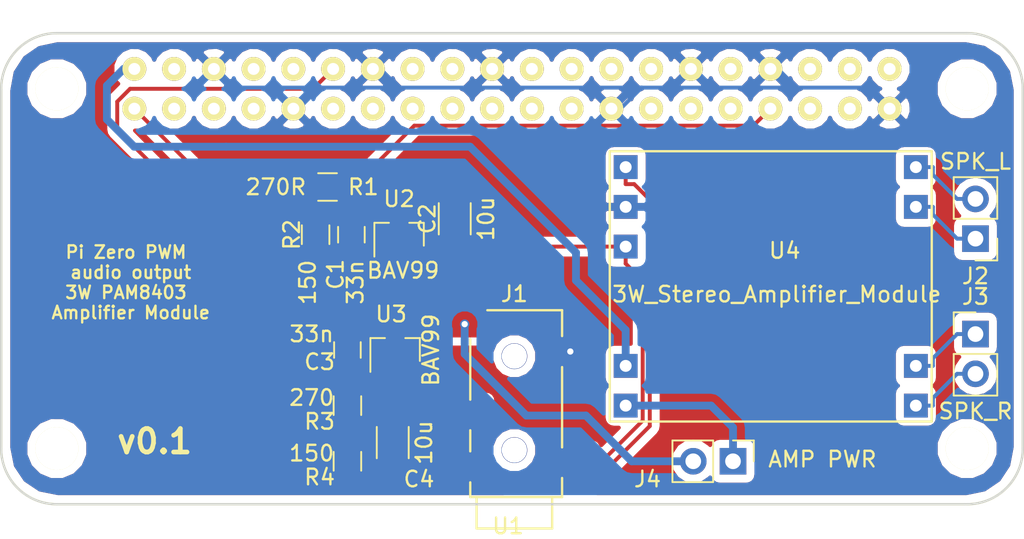
<source format=kicad_pcb>
(kicad_pcb (version 4) (host pcbnew 4.0.6-e0-6349~53~ubuntu16.04.1)

  (general
    (links 38)
    (no_connects 2)
    (area 115.523999 89.525 181.354268 124.341)
    (thickness 1.6)
    (drawings 11)
    (tracks 128)
    (zones 0)
    (modules 16)
    (nets 45)
  )

  (page A4)
  (layers
    (0 F.Cu signal)
    (31 B.Cu signal)
    (32 B.Adhes user)
    (33 F.Adhes user)
    (34 B.Paste user)
    (35 F.Paste user)
    (36 B.SilkS user)
    (37 F.SilkS user)
    (38 B.Mask user)
    (39 F.Mask user)
    (40 Dwgs.User user)
    (41 Cmts.User user)
    (42 Eco1.User user)
    (43 Eco2.User user)
    (44 Edge.Cuts user)
    (45 Margin user)
    (46 B.CrtYd user)
    (47 F.CrtYd user)
    (48 B.Fab user)
    (49 F.Fab user)
  )

  (setup
    (last_trace_width 0.5)
    (user_trace_width 0.5)
    (trace_clearance 0.2)
    (zone_clearance 0.508)
    (zone_45_only no)
    (trace_min 0.2)
    (segment_width 0.2)
    (edge_width 0.15)
    (via_size 0.6)
    (via_drill 0.4)
    (via_min_size 0.4)
    (via_min_drill 0.3)
    (uvia_size 0.3)
    (uvia_drill 0.1)
    (uvias_allowed no)
    (uvia_min_size 0.2)
    (uvia_min_drill 0.1)
    (pcb_text_width 0.3)
    (pcb_text_size 1.5 1.5)
    (mod_edge_width 0.15)
    (mod_text_size 1 1)
    (mod_text_width 0.15)
    (pad_size 1.524 1.524)
    (pad_drill 0.762)
    (pad_to_mask_clearance 0.2)
    (aux_axis_origin 0 0)
    (visible_elements FFFFFF7F)
    (pcbplotparams
      (layerselection 0x010f0_80000001)
      (usegerberextensions true)
      (excludeedgelayer true)
      (linewidth 0.100000)
      (plotframeref false)
      (viasonmask false)
      (mode 1)
      (useauxorigin false)
      (hpglpennumber 1)
      (hpglpenspeed 20)
      (hpglpendiameter 15)
      (hpglpenoverlay 2)
      (psnegative false)
      (psa4output false)
      (plotreference true)
      (plotvalue true)
      (plotinvisibletext false)
      (padsonsilk false)
      (subtractmaskfromsilk false)
      (outputformat 1)
      (mirror false)
      (drillshape 0)
      (scaleselection 1)
      (outputdirectory gerber/))
  )

  (net 0 "")
  (net 1 "Net-(C1-Pad1)")
  (net 2 "Net-(C1-Pad2)")
  (net 3 "Net-(C3-Pad1)")
  (net 4 "Net-(R1-Pad2)")
  (net 5 "Net-(R3-Pad2)")
  (net 6 "Net-(U1-Pad1)")
  (net 7 "Net-(U1-Pad2)")
  (net 8 "Net-(U1-Pad3)")
  (net 9 "Net-(U1-Pad4)")
  (net 10 "Net-(U1-Pad5)")
  (net 11 "Net-(U1-Pad7)")
  (net 12 "Net-(U1-Pad8)")
  (net 13 "Net-(U1-Pad10)")
  (net 14 "Net-(U1-Pad11)")
  (net 15 "Net-(U1-Pad13)")
  (net 16 "Net-(U1-Pad15)")
  (net 17 "Net-(U1-Pad16)")
  (net 18 "Net-(U1-Pad17)")
  (net 19 "Net-(U1-Pad18)")
  (net 20 "Net-(U1-Pad19)")
  (net 21 "Net-(U1-Pad21)")
  (net 22 "Net-(U1-Pad22)")
  (net 23 "Net-(U1-Pad23)")
  (net 24 "Net-(U1-Pad24)")
  (net 25 "Net-(U1-Pad26)")
  (net 26 "Net-(U1-Pad27)")
  (net 27 "Net-(U1-Pad28)")
  (net 28 "Net-(U1-Pad29)")
  (net 29 "Net-(U1-Pad31)")
  (net 30 "Net-(U1-Pad32)")
  (net 31 "Net-(U1-Pad35)")
  (net 32 "Net-(U1-Pad36)")
  (net 33 "Net-(U1-Pad37)")
  (net 34 "Net-(U1-Pad38)")
  (net 35 "Net-(U1-Pad40)")
  (net 36 /R)
  (net 37 /L)
  (net 38 "Net-(J1-Pad3)")
  (net 39 "Net-(J1-Pad5)")
  (net 40 "Net-(J2-Pad1)")
  (net 41 "Net-(J2-Pad2)")
  (net 42 "Net-(J3-Pad1)")
  (net 43 "Net-(J3-Pad2)")
  (net 44 "Net-(J4-Pad1)")

  (net_class Default "This is the default net class."
    (clearance 0.2)
    (trace_width 0.25)
    (via_dia 0.6)
    (via_drill 0.4)
    (uvia_dia 0.3)
    (uvia_drill 0.1)
    (add_net /L)
    (add_net /R)
    (add_net "Net-(C1-Pad1)")
    (add_net "Net-(C1-Pad2)")
    (add_net "Net-(C3-Pad1)")
    (add_net "Net-(J1-Pad3)")
    (add_net "Net-(J1-Pad5)")
    (add_net "Net-(J2-Pad1)")
    (add_net "Net-(J2-Pad2)")
    (add_net "Net-(J3-Pad1)")
    (add_net "Net-(J3-Pad2)")
    (add_net "Net-(J4-Pad1)")
    (add_net "Net-(R1-Pad2)")
    (add_net "Net-(R3-Pad2)")
    (add_net "Net-(U1-Pad1)")
    (add_net "Net-(U1-Pad10)")
    (add_net "Net-(U1-Pad11)")
    (add_net "Net-(U1-Pad13)")
    (add_net "Net-(U1-Pad15)")
    (add_net "Net-(U1-Pad16)")
    (add_net "Net-(U1-Pad17)")
    (add_net "Net-(U1-Pad18)")
    (add_net "Net-(U1-Pad19)")
    (add_net "Net-(U1-Pad2)")
    (add_net "Net-(U1-Pad21)")
    (add_net "Net-(U1-Pad22)")
    (add_net "Net-(U1-Pad23)")
    (add_net "Net-(U1-Pad24)")
    (add_net "Net-(U1-Pad26)")
    (add_net "Net-(U1-Pad27)")
    (add_net "Net-(U1-Pad28)")
    (add_net "Net-(U1-Pad29)")
    (add_net "Net-(U1-Pad3)")
    (add_net "Net-(U1-Pad31)")
    (add_net "Net-(U1-Pad32)")
    (add_net "Net-(U1-Pad35)")
    (add_net "Net-(U1-Pad36)")
    (add_net "Net-(U1-Pad37)")
    (add_net "Net-(U1-Pad38)")
    (add_net "Net-(U1-Pad4)")
    (add_net "Net-(U1-Pad40)")
    (add_net "Net-(U1-Pad5)")
    (add_net "Net-(U1-Pad7)")
    (add_net "Net-(U1-Pad8)")
  )

  (module Capacitors_SMD:C_0805 (layer F.Cu) (tedit 58DC1F03) (tstamp 58B8A3D6)
    (at 138.176 104.648 270)
    (descr "Capacitor SMD 0805, reflow soldering, AVX (see smccp.pdf)")
    (tags "capacitor 0805")
    (path /58B892C3)
    (attr smd)
    (fp_text reference C1 (at 2.54 1.016 270) (layer F.SilkS)
      (effects (font (size 1 1) (thickness 0.15)))
    )
    (fp_text value 33n (at 3.048 -0.254 270) (layer F.SilkS)
      (effects (font (size 1 1) (thickness 0.15)))
    )
    (fp_text user %R (at 0 -1.5 270) (layer F.Fab) hide
      (effects (font (size 1 1) (thickness 0.15)))
    )
    (fp_line (start -1 0.62) (end -1 -0.62) (layer F.Fab) (width 0.1))
    (fp_line (start 1 0.62) (end -1 0.62) (layer F.Fab) (width 0.1))
    (fp_line (start 1 -0.62) (end 1 0.62) (layer F.Fab) (width 0.1))
    (fp_line (start -1 -0.62) (end 1 -0.62) (layer F.Fab) (width 0.1))
    (fp_line (start 0.5 -0.85) (end -0.5 -0.85) (layer F.SilkS) (width 0.12))
    (fp_line (start -0.5 0.85) (end 0.5 0.85) (layer F.SilkS) (width 0.12))
    (fp_line (start -1.75 -0.88) (end 1.75 -0.88) (layer F.CrtYd) (width 0.05))
    (fp_line (start -1.75 -0.88) (end -1.75 0.87) (layer F.CrtYd) (width 0.05))
    (fp_line (start 1.75 0.87) (end 1.75 -0.88) (layer F.CrtYd) (width 0.05))
    (fp_line (start 1.75 0.87) (end -1.75 0.87) (layer F.CrtYd) (width 0.05))
    (pad 1 smd rect (at -1 0 270) (size 1 1.25) (layers F.Cu F.Paste F.Mask)
      (net 1 "Net-(C1-Pad1)"))
    (pad 2 smd rect (at 1 0 270) (size 1 1.25) (layers F.Cu F.Paste F.Mask)
      (net 2 "Net-(C1-Pad2)"))
    (model Capacitors_SMD.3dshapes/C_0805.wrl
      (at (xyz 0 0 0))
      (scale (xyz 1 1 1))
      (rotate (xyz 0 0 0))
    )
  )

  (module Capacitors_SMD:C_0805 (layer F.Cu) (tedit 58BF4720) (tstamp 58B8A3E2)
    (at 137.922 112.014 90)
    (descr "Capacitor SMD 0805, reflow soldering, AVX (see smccp.pdf)")
    (tags "capacitor 0805")
    (path /58B8A4BA)
    (attr smd)
    (fp_text reference C3 (at -0.762 -1.778 180) (layer F.SilkS)
      (effects (font (size 1 1) (thickness 0.15)))
    )
    (fp_text value 33n (at 1.016 -2.286 180) (layer F.SilkS)
      (effects (font (size 1 1) (thickness 0.15)))
    )
    (fp_text user %R (at 3.302 0 90) (layer F.Fab) hide
      (effects (font (size 1 1) (thickness 0.15)))
    )
    (fp_line (start -1 0.62) (end -1 -0.62) (layer F.Fab) (width 0.1))
    (fp_line (start 1 0.62) (end -1 0.62) (layer F.Fab) (width 0.1))
    (fp_line (start 1 -0.62) (end 1 0.62) (layer F.Fab) (width 0.1))
    (fp_line (start -1 -0.62) (end 1 -0.62) (layer F.Fab) (width 0.1))
    (fp_line (start 0.5 -0.85) (end -0.5 -0.85) (layer F.SilkS) (width 0.12))
    (fp_line (start -0.5 0.85) (end 0.5 0.85) (layer F.SilkS) (width 0.12))
    (fp_line (start -1.75 -0.88) (end 1.75 -0.88) (layer F.CrtYd) (width 0.05))
    (fp_line (start -1.75 -0.88) (end -1.75 0.87) (layer F.CrtYd) (width 0.05))
    (fp_line (start 1.75 0.87) (end 1.75 -0.88) (layer F.CrtYd) (width 0.05))
    (fp_line (start 1.75 0.87) (end -1.75 0.87) (layer F.CrtYd) (width 0.05))
    (pad 1 smd rect (at -1 0 90) (size 1 1.25) (layers F.Cu F.Paste F.Mask)
      (net 3 "Net-(C3-Pad1)"))
    (pad 2 smd rect (at 1 0 90) (size 1 1.25) (layers F.Cu F.Paste F.Mask)
      (net 2 "Net-(C1-Pad2)"))
    (model Capacitors_SMD.3dshapes/C_0805.wrl
      (at (xyz 0 0 0))
      (scale (xyz 1 1 1))
      (rotate (xyz 0 0 0))
    )
  )

  (module Resistors_SMD:R_0805 (layer F.Cu) (tedit 58BF477E) (tstamp 58B8A3F5)
    (at 136.652 101.6)
    (descr "Resistor SMD 0805, reflow soldering, Vishay (see dcrcw.pdf)")
    (tags "resistor 0805")
    (path /58B894F5)
    (attr smd)
    (fp_text reference R1 (at 2.286 0) (layer F.SilkS)
      (effects (font (size 1 1) (thickness 0.15)))
    )
    (fp_text value 270R (at -3.302 0) (layer F.SilkS)
      (effects (font (size 1 1) (thickness 0.15)))
    )
    (fp_text user %R (at 0 -1.65) (layer F.Fab) hide
      (effects (font (size 1 1) (thickness 0.15)))
    )
    (fp_line (start -1 0.62) (end -1 -0.62) (layer F.Fab) (width 0.1))
    (fp_line (start 1 0.62) (end -1 0.62) (layer F.Fab) (width 0.1))
    (fp_line (start 1 -0.62) (end 1 0.62) (layer F.Fab) (width 0.1))
    (fp_line (start -1 -0.62) (end 1 -0.62) (layer F.Fab) (width 0.1))
    (fp_line (start 0.6 0.88) (end -0.6 0.88) (layer F.SilkS) (width 0.12))
    (fp_line (start -0.6 -0.88) (end 0.6 -0.88) (layer F.SilkS) (width 0.12))
    (fp_line (start -1.55 -0.9) (end 1.55 -0.9) (layer F.CrtYd) (width 0.05))
    (fp_line (start -1.55 -0.9) (end -1.55 0.9) (layer F.CrtYd) (width 0.05))
    (fp_line (start 1.55 0.9) (end 1.55 -0.9) (layer F.CrtYd) (width 0.05))
    (fp_line (start 1.55 0.9) (end -1.55 0.9) (layer F.CrtYd) (width 0.05))
    (pad 1 smd rect (at -0.95 0) (size 0.7 1.3) (layers F.Cu F.Paste F.Mask)
      (net 1 "Net-(C1-Pad1)"))
    (pad 2 smd rect (at 0.95 0) (size 0.7 1.3) (layers F.Cu F.Paste F.Mask)
      (net 4 "Net-(R1-Pad2)"))
    (model Resistors_SMD.3dshapes/R_0805.wrl
      (at (xyz 0 0 0))
      (scale (xyz 1 1 1))
      (rotate (xyz 0 0 0))
    )
  )

  (module Resistors_SMD:R_0805 (layer F.Cu) (tedit 58B8A715) (tstamp 58B8A3FB)
    (at 135.89 104.648 270)
    (descr "Resistor SMD 0805, reflow soldering, Vishay (see dcrcw.pdf)")
    (tags "resistor 0805")
    (path /58B895AC)
    (attr smd)
    (fp_text reference R2 (at 0 1.524 270) (layer F.SilkS)
      (effects (font (size 1 1) (thickness 0.15)))
    )
    (fp_text value 150 (at 3.048 0.508 270) (layer F.SilkS)
      (effects (font (size 1 1) (thickness 0.15)))
    )
    (fp_text user %R (at -1.778 1.524 270) (layer F.Fab) hide
      (effects (font (size 1 1) (thickness 0.15)))
    )
    (fp_line (start -1 0.62) (end -1 -0.62) (layer F.Fab) (width 0.1))
    (fp_line (start 1 0.62) (end -1 0.62) (layer F.Fab) (width 0.1))
    (fp_line (start 1 -0.62) (end 1 0.62) (layer F.Fab) (width 0.1))
    (fp_line (start -1 -0.62) (end 1 -0.62) (layer F.Fab) (width 0.1))
    (fp_line (start 0.6 0.88) (end -0.6 0.88) (layer F.SilkS) (width 0.12))
    (fp_line (start -0.6 -0.88) (end 0.6 -0.88) (layer F.SilkS) (width 0.12))
    (fp_line (start -1.55 -0.9) (end 1.55 -0.9) (layer F.CrtYd) (width 0.05))
    (fp_line (start -1.55 -0.9) (end -1.55 0.9) (layer F.CrtYd) (width 0.05))
    (fp_line (start 1.55 0.9) (end 1.55 -0.9) (layer F.CrtYd) (width 0.05))
    (fp_line (start 1.55 0.9) (end -1.55 0.9) (layer F.CrtYd) (width 0.05))
    (pad 1 smd rect (at -0.95 0 270) (size 0.7 1.3) (layers F.Cu F.Paste F.Mask)
      (net 1 "Net-(C1-Pad1)"))
    (pad 2 smd rect (at 0.95 0 270) (size 0.7 1.3) (layers F.Cu F.Paste F.Mask)
      (net 2 "Net-(C1-Pad2)"))
    (model Resistors_SMD.3dshapes/R_0805.wrl
      (at (xyz 0 0 0))
      (scale (xyz 1 1 1))
      (rotate (xyz 0 0 0))
    )
  )

  (module Resistors_SMD:R_0805 (layer F.Cu) (tedit 58BF46D5) (tstamp 58B8A401)
    (at 137.922 115.57 90)
    (descr "Resistor SMD 0805, reflow soldering, Vishay (see dcrcw.pdf)")
    (tags "resistor 0805")
    (path /58B8A4C6)
    (attr smd)
    (fp_text reference R3 (at -1.016 -1.778 180) (layer F.SilkS)
      (effects (font (size 1 1) (thickness 0.15)))
    )
    (fp_text value 270 (at 0.508 -2.286 180) (layer F.SilkS)
      (effects (font (size 1 1) (thickness 0.15)))
    )
    (fp_text user %R (at -2.286 -1.27 90) (layer F.Fab) hide
      (effects (font (size 1 1) (thickness 0.15)))
    )
    (fp_line (start -1 0.62) (end -1 -0.62) (layer F.Fab) (width 0.1))
    (fp_line (start 1 0.62) (end -1 0.62) (layer F.Fab) (width 0.1))
    (fp_line (start 1 -0.62) (end 1 0.62) (layer F.Fab) (width 0.1))
    (fp_line (start -1 -0.62) (end 1 -0.62) (layer F.Fab) (width 0.1))
    (fp_line (start 0.6 0.88) (end -0.6 0.88) (layer F.SilkS) (width 0.12))
    (fp_line (start -0.6 -0.88) (end 0.6 -0.88) (layer F.SilkS) (width 0.12))
    (fp_line (start -1.55 -0.9) (end 1.55 -0.9) (layer F.CrtYd) (width 0.05))
    (fp_line (start -1.55 -0.9) (end -1.55 0.9) (layer F.CrtYd) (width 0.05))
    (fp_line (start 1.55 0.9) (end 1.55 -0.9) (layer F.CrtYd) (width 0.05))
    (fp_line (start 1.55 0.9) (end -1.55 0.9) (layer F.CrtYd) (width 0.05))
    (pad 1 smd rect (at -0.95 0 90) (size 0.7 1.3) (layers F.Cu F.Paste F.Mask)
      (net 3 "Net-(C3-Pad1)"))
    (pad 2 smd rect (at 0.95 0 90) (size 0.7 1.3) (layers F.Cu F.Paste F.Mask)
      (net 5 "Net-(R3-Pad2)"))
    (model Resistors_SMD.3dshapes/R_0805.wrl
      (at (xyz 0 0 0))
      (scale (xyz 1 1 1))
      (rotate (xyz 0 0 0))
    )
  )

  (module Resistors_SMD:R_0805 (layer F.Cu) (tedit 58BF46BB) (tstamp 58B8A407)
    (at 137.922 119.126 270)
    (descr "Resistor SMD 0805, reflow soldering, Vishay (see dcrcw.pdf)")
    (tags "resistor 0805")
    (path /58B8A4CC)
    (attr smd)
    (fp_text reference R4 (at 1.016 1.778 360) (layer F.SilkS)
      (effects (font (size 1 1) (thickness 0.15)))
    )
    (fp_text value 150 (at -0.508 2.286 360) (layer F.SilkS)
      (effects (font (size 1 1) (thickness 0.15)))
    )
    (fp_text user %R (at 0.254 3.048 270) (layer F.Fab) hide
      (effects (font (size 1 1) (thickness 0.15)))
    )
    (fp_line (start -1 0.62) (end -1 -0.62) (layer F.Fab) (width 0.1))
    (fp_line (start 1 0.62) (end -1 0.62) (layer F.Fab) (width 0.1))
    (fp_line (start 1 -0.62) (end 1 0.62) (layer F.Fab) (width 0.1))
    (fp_line (start -1 -0.62) (end 1 -0.62) (layer F.Fab) (width 0.1))
    (fp_line (start 0.6 0.88) (end -0.6 0.88) (layer F.SilkS) (width 0.12))
    (fp_line (start -0.6 -0.88) (end 0.6 -0.88) (layer F.SilkS) (width 0.12))
    (fp_line (start -1.55 -0.9) (end 1.55 -0.9) (layer F.CrtYd) (width 0.05))
    (fp_line (start -1.55 -0.9) (end -1.55 0.9) (layer F.CrtYd) (width 0.05))
    (fp_line (start 1.55 0.9) (end 1.55 -0.9) (layer F.CrtYd) (width 0.05))
    (fp_line (start 1.55 0.9) (end -1.55 0.9) (layer F.CrtYd) (width 0.05))
    (pad 1 smd rect (at -0.95 0 270) (size 0.7 1.3) (layers F.Cu F.Paste F.Mask)
      (net 3 "Net-(C3-Pad1)"))
    (pad 2 smd rect (at 0.95 0 270) (size 0.7 1.3) (layers F.Cu F.Paste F.Mask)
      (net 2 "Net-(C1-Pad2)"))
    (model Resistors_SMD.3dshapes/R_0805.wrl
      (at (xyz 0 0 0))
      (scale (xyz 1 1 1))
      (rotate (xyz 0 0 0))
    )
  )

  (module TO_SOT_Packages_SMD:SOT-23 (layer F.Cu) (tedit 58BF4775) (tstamp 58B8A43E)
    (at 141.224 104.648 90)
    (descr "SOT-23, Standard")
    (tags SOT-23)
    (path /58B89C4F)
    (attr smd)
    (fp_text reference U2 (at 2.286 0 180) (layer F.SilkS)
      (effects (font (size 1 1) (thickness 0.15)))
    )
    (fp_text value BAV99 (at -2.286 0.254 180) (layer F.SilkS)
      (effects (font (size 1 1) (thickness 0.15)))
    )
    (fp_line (start -0.7 -0.95) (end -0.7 1.5) (layer F.Fab) (width 0.1))
    (fp_line (start -0.15 -1.52) (end 0.7 -1.52) (layer F.Fab) (width 0.1))
    (fp_line (start -0.7 -0.95) (end -0.15 -1.52) (layer F.Fab) (width 0.1))
    (fp_line (start 0.7 -1.52) (end 0.7 1.52) (layer F.Fab) (width 0.1))
    (fp_line (start -0.7 1.52) (end 0.7 1.52) (layer F.Fab) (width 0.1))
    (fp_line (start 0.76 1.58) (end 0.76 0.65) (layer F.SilkS) (width 0.12))
    (fp_line (start 0.76 -1.58) (end 0.76 -0.65) (layer F.SilkS) (width 0.12))
    (fp_line (start -1.7 -1.75) (end 1.7 -1.75) (layer F.CrtYd) (width 0.05))
    (fp_line (start 1.7 -1.75) (end 1.7 1.75) (layer F.CrtYd) (width 0.05))
    (fp_line (start 1.7 1.75) (end -1.7 1.75) (layer F.CrtYd) (width 0.05))
    (fp_line (start -1.7 1.75) (end -1.7 -1.75) (layer F.CrtYd) (width 0.05))
    (fp_line (start 0.76 -1.58) (end -1.4 -1.58) (layer F.SilkS) (width 0.12))
    (fp_line (start 0.76 1.58) (end -0.7 1.58) (layer F.SilkS) (width 0.12))
    (pad 1 smd rect (at -1 -0.95 90) (size 0.9 0.8) (layers F.Cu F.Paste F.Mask)
      (net 2 "Net-(C1-Pad2)"))
    (pad 2 smd rect (at -1 0.95 90) (size 0.9 0.8) (layers F.Cu F.Paste F.Mask)
      (net 36 /R))
    (pad 3 smd rect (at 1 0 90) (size 0.9 0.8) (layers F.Cu F.Paste F.Mask)
      (net 6 "Net-(U1-Pad1)"))
    (model TO_SOT_Packages_SMD.3dshapes/SOT-23.wrl
      (at (xyz 0 0 0))
      (scale (xyz 1 1 1))
      (rotate (xyz 0 0 90))
    )
  )

  (module TO_SOT_Packages_SMD:SOT-23 (layer F.Cu) (tedit 58BF4739) (tstamp 58B8A445)
    (at 140.97 112.014 90)
    (descr "SOT-23, Standard")
    (tags SOT-23)
    (path /58B8A4D2)
    (attr smd)
    (fp_text reference U3 (at 2.286 -0.254 180) (layer F.SilkS)
      (effects (font (size 1 1) (thickness 0.15)))
    )
    (fp_text value BAV99 (at 0 2.286 90) (layer F.SilkS)
      (effects (font (size 1 1) (thickness 0.15)))
    )
    (fp_line (start -0.7 -0.95) (end -0.7 1.5) (layer F.Fab) (width 0.1))
    (fp_line (start -0.15 -1.52) (end 0.7 -1.52) (layer F.Fab) (width 0.1))
    (fp_line (start -0.7 -0.95) (end -0.15 -1.52) (layer F.Fab) (width 0.1))
    (fp_line (start 0.7 -1.52) (end 0.7 1.52) (layer F.Fab) (width 0.1))
    (fp_line (start -0.7 1.52) (end 0.7 1.52) (layer F.Fab) (width 0.1))
    (fp_line (start 0.76 1.58) (end 0.76 0.65) (layer F.SilkS) (width 0.12))
    (fp_line (start 0.76 -1.58) (end 0.76 -0.65) (layer F.SilkS) (width 0.12))
    (fp_line (start -1.7 -1.75) (end 1.7 -1.75) (layer F.CrtYd) (width 0.05))
    (fp_line (start 1.7 -1.75) (end 1.7 1.75) (layer F.CrtYd) (width 0.05))
    (fp_line (start 1.7 1.75) (end -1.7 1.75) (layer F.CrtYd) (width 0.05))
    (fp_line (start -1.7 1.75) (end -1.7 -1.75) (layer F.CrtYd) (width 0.05))
    (fp_line (start 0.76 -1.58) (end -1.4 -1.58) (layer F.SilkS) (width 0.12))
    (fp_line (start 0.76 1.58) (end -0.7 1.58) (layer F.SilkS) (width 0.12))
    (pad 1 smd rect (at -1 -0.95 90) (size 0.9 0.8) (layers F.Cu F.Paste F.Mask)
      (net 2 "Net-(C1-Pad2)"))
    (pad 2 smd rect (at -1 0.95 90) (size 0.9 0.8) (layers F.Cu F.Paste F.Mask)
      (net 37 /L))
    (pad 3 smd rect (at 1 0 90) (size 0.9 0.8) (layers F.Cu F.Paste F.Mask)
      (net 6 "Net-(U1-Pad1)"))
    (model TO_SOT_Packages_SMD.3dshapes/SOT-23.wrl
      (at (xyz 0 0 0))
      (scale (xyz 1 1 1))
      (rotate (xyz 0 0 90))
    )
  )

  (module custom:Pi_Zero locked (layer F.Cu) (tedit 58B8AFD7) (tstamp 58B8B7D9)
    (at 148.438 104.978)
    (path /58B898D0)
    (fp_text reference U1 (at -0.254 18.288) (layer F.SilkS)
      (effects (font (size 1 1) (thickness 0.15)))
    )
    (fp_text value PiZero (at 0 -14.478) (layer F.Fab)
      (effects (font (size 1 1) (thickness 0.15)))
    )
    (fp_line (start 29.21 -13.208) (end 29.083 -13.208) (layer F.SilkS) (width 0.15))
    (fp_line (start 32.639 13.208) (end 32.639 -9.525) (layer F.SilkS) (width 0.15))
    (fp_line (start 29.21 16.891) (end 29.083 16.891) (layer F.SilkS) (width 0.15))
    (fp_arc (start 29.083 13.335) (end 32.639 13.208) (angle 90) (layer F.SilkS) (width 0.15))
    (fp_arc (start 29.083 -9.652) (end 29.21 -13.208) (angle 90) (layer F.SilkS) (width 0.15))
    (fp_line (start 29.083 -13.208) (end 28.956 -13.208) (layer F.SilkS) (width 0.15))
    (fp_arc (start -29.083 -9.652) (end -32.639 -9.652) (angle 90) (layer F.SilkS) (width 0.15))
    (fp_arc (start -29.083 13.335) (end -29.083 16.891) (angle 90) (layer F.SilkS) (width 0.15))
    (fp_line (start -32.639 13.335) (end -32.639 -9.652) (layer F.SilkS) (width 0.15))
    (fp_line (start 29.083 16.891) (end -29.083 16.891) (layer F.SilkS) (width 0.15))
    (fp_line (start -29.083 -13.208) (end 28.956 -13.208) (layer F.SilkS) (width 0.15))
    (pad 1 thru_hole circle (at -24.13 -8.382) (size 1.524 1.524) (drill 0.762) (layers *.Cu *.Mask F.SilkS)
      (net 6 "Net-(U1-Pad1)"))
    (pad 2 thru_hole circle (at -24.13 -10.922) (size 1.524 1.524) (drill 0.762) (layers *.Cu *.Mask F.SilkS)
      (net 7 "Net-(U1-Pad2)"))
    (pad 3 thru_hole circle (at -21.59 -8.382) (size 1.524 1.524) (drill 0.762) (layers *.Cu *.Mask F.SilkS)
      (net 8 "Net-(U1-Pad3)"))
    (pad 4 thru_hole circle (at -21.59 -10.922) (size 1.524 1.524) (drill 0.762) (layers *.Cu *.Mask F.SilkS)
      (net 9 "Net-(U1-Pad4)"))
    (pad 5 thru_hole circle (at -19.05 -8.382) (size 1.524 1.524) (drill 0.762) (layers *.Cu *.Mask F.SilkS)
      (net 10 "Net-(U1-Pad5)"))
    (pad 6 thru_hole circle (at -19.05 -10.922) (size 1.524 1.524) (drill 0.762) (layers *.Cu *.Mask F.SilkS)
      (net 2 "Net-(C1-Pad2)"))
    (pad 7 thru_hole circle (at -16.51 -8.382) (size 1.524 1.524) (drill 0.762) (layers *.Cu *.Mask F.SilkS)
      (net 11 "Net-(U1-Pad7)"))
    (pad 8 thru_hole circle (at -16.51 -10.922) (size 1.524 1.524) (drill 0.762) (layers *.Cu *.Mask F.SilkS)
      (net 12 "Net-(U1-Pad8)"))
    (pad 9 thru_hole circle (at -13.97 -8.382) (size 1.524 1.524) (drill 0.762) (layers *.Cu *.Mask F.SilkS)
      (net 2 "Net-(C1-Pad2)"))
    (pad 10 thru_hole circle (at -13.97 -10.922) (size 1.524 1.524) (drill 0.762) (layers *.Cu *.Mask F.SilkS)
      (net 13 "Net-(U1-Pad10)"))
    (pad 11 thru_hole circle (at -11.43 -8.382) (size 1.524 1.524) (drill 0.762) (layers *.Cu *.Mask F.SilkS)
      (net 14 "Net-(U1-Pad11)"))
    (pad 12 thru_hole circle (at -11.43 -10.922) (size 1.524 1.524) (drill 0.762) (layers *.Cu *.Mask F.SilkS)
      (net 5 "Net-(R3-Pad2)"))
    (pad 13 thru_hole circle (at -8.89 -8.382) (size 1.524 1.524) (drill 0.762) (layers *.Cu *.Mask F.SilkS)
      (net 15 "Net-(U1-Pad13)"))
    (pad 14 thru_hole circle (at -8.89 -10.922) (size 1.524 1.524) (drill 0.762) (layers *.Cu *.Mask F.SilkS)
      (net 2 "Net-(C1-Pad2)"))
    (pad 15 thru_hole circle (at -6.35 -8.382) (size 1.524 1.524) (drill 0.762) (layers *.Cu *.Mask F.SilkS)
      (net 16 "Net-(U1-Pad15)"))
    (pad 16 thru_hole circle (at -6.35 -10.922) (size 1.524 1.524) (drill 0.762) (layers *.Cu *.Mask F.SilkS)
      (net 17 "Net-(U1-Pad16)"))
    (pad 17 thru_hole circle (at -3.81 -8.382) (size 1.524 1.524) (drill 0.762) (layers *.Cu *.Mask F.SilkS)
      (net 18 "Net-(U1-Pad17)"))
    (pad 18 thru_hole circle (at -3.81 -10.922) (size 1.524 1.524) (drill 0.762) (layers *.Cu *.Mask F.SilkS)
      (net 19 "Net-(U1-Pad18)"))
    (pad 19 thru_hole circle (at -1.27 -8.382) (size 1.524 1.524) (drill 0.762) (layers *.Cu *.Mask F.SilkS)
      (net 20 "Net-(U1-Pad19)"))
    (pad 20 thru_hole circle (at -1.27 -10.922) (size 1.524 1.524) (drill 0.762) (layers *.Cu *.Mask F.SilkS)
      (net 2 "Net-(C1-Pad2)"))
    (pad 21 thru_hole circle (at 1.27 -8.382) (size 1.524 1.524) (drill 0.762) (layers *.Cu *.Mask F.SilkS)
      (net 21 "Net-(U1-Pad21)"))
    (pad 22 thru_hole circle (at 1.27 -10.922) (size 1.524 1.524) (drill 0.762) (layers *.Cu *.Mask F.SilkS)
      (net 22 "Net-(U1-Pad22)"))
    (pad 23 thru_hole circle (at 3.81 -8.382) (size 1.524 1.524) (drill 0.762) (layers *.Cu *.Mask F.SilkS)
      (net 23 "Net-(U1-Pad23)"))
    (pad 24 thru_hole circle (at 3.81 -10.922) (size 1.524 1.524) (drill 0.762) (layers *.Cu *.Mask F.SilkS)
      (net 24 "Net-(U1-Pad24)"))
    (pad 25 thru_hole circle (at 6.35 -8.382) (size 1.524 1.524) (drill 0.762) (layers *.Cu *.Mask F.SilkS)
      (net 2 "Net-(C1-Pad2)"))
    (pad 26 thru_hole circle (at 6.35 -10.922) (size 1.524 1.524) (drill 0.762) (layers *.Cu *.Mask F.SilkS)
      (net 25 "Net-(U1-Pad26)"))
    (pad 27 thru_hole circle (at 8.89 -8.382) (size 1.524 1.524) (drill 0.762) (layers *.Cu *.Mask F.SilkS)
      (net 26 "Net-(U1-Pad27)"))
    (pad 28 thru_hole circle (at 8.89 -10.922) (size 1.524 1.524) (drill 0.762) (layers *.Cu *.Mask F.SilkS)
      (net 27 "Net-(U1-Pad28)"))
    (pad 29 thru_hole circle (at 11.43 -8.382) (size 1.524 1.524) (drill 0.762) (layers *.Cu *.Mask F.SilkS)
      (net 28 "Net-(U1-Pad29)"))
    (pad 30 thru_hole circle (at 11.43 -10.922) (size 1.524 1.524) (drill 0.762) (layers *.Cu *.Mask F.SilkS)
      (net 2 "Net-(C1-Pad2)"))
    (pad 31 thru_hole circle (at 13.97 -8.382) (size 1.524 1.524) (drill 0.762) (layers *.Cu *.Mask F.SilkS)
      (net 29 "Net-(U1-Pad31)"))
    (pad 32 thru_hole circle (at 13.97 -10.922) (size 1.524 1.524) (drill 0.762) (layers *.Cu *.Mask F.SilkS)
      (net 30 "Net-(U1-Pad32)"))
    (pad 33 thru_hole circle (at 16.51 -8.382) (size 1.524 1.524) (drill 0.762) (layers *.Cu *.Mask F.SilkS)
      (net 4 "Net-(R1-Pad2)"))
    (pad 34 thru_hole circle (at 16.51 -10.922) (size 1.524 1.524) (drill 0.762) (layers *.Cu *.Mask F.SilkS)
      (net 2 "Net-(C1-Pad2)"))
    (pad 35 thru_hole circle (at 19.05 -8.382) (size 1.524 1.524) (drill 0.762) (layers *.Cu *.Mask F.SilkS)
      (net 31 "Net-(U1-Pad35)"))
    (pad 36 thru_hole circle (at 19.05 -10.922) (size 1.524 1.524) (drill 0.762) (layers *.Cu *.Mask F.SilkS)
      (net 32 "Net-(U1-Pad36)"))
    (pad 37 thru_hole circle (at 21.59 -8.382) (size 1.524 1.524) (drill 0.762) (layers *.Cu *.Mask F.SilkS)
      (net 33 "Net-(U1-Pad37)"))
    (pad 38 thru_hole circle (at 21.59 -10.922) (size 1.524 1.524) (drill 0.762) (layers *.Cu *.Mask F.SilkS)
      (net 34 "Net-(U1-Pad38)"))
    (pad 39 thru_hole circle (at 24.13 -8.382) (size 1.524 1.524) (drill 0.762) (layers *.Cu *.Mask F.SilkS)
      (net 2 "Net-(C1-Pad2)"))
    (pad 40 thru_hole circle (at 24.13 -10.922) (size 1.524 1.524) (drill 0.762) (layers *.Cu *.Mask F.SilkS)
      (net 35 "Net-(U1-Pad40)"))
    (pad "" np_thru_hole circle (at -29.083 -9.652) (size 2.75 2.75) (drill 2.75) (layers *.Cu *.Mask F.SilkS))
    (pad "" np_thru_hole circle (at 29.083 -9.652) (size 2.75 2.75) (drill 2.75) (layers *.Cu *.Mask F.SilkS))
    (pad "" np_thru_hole circle (at -29.083 13.335) (size 2.75 2.75) (drill 2.75) (layers *.Cu *.Mask F.SilkS))
    (pad "" np_thru_hole circle (at 29.083 13.335) (size 2.75 2.75) (drill 2.75) (layers *.Cu *.Mask F.SilkS))
  )

  (module custom:SMT_3.5mm_Stereo_jack_5_pin (layer F.Cu) (tedit 58BF46E0) (tstamp 58C1C06E)
    (at 148.59 121.412 90)
    (path /58BDE11E)
    (fp_text reference J1 (at 12.9794 0 180) (layer F.SilkS)
      (effects (font (size 1 1) (thickness 0.15)))
    )
    (fp_text value CONN_01X05 (at 5.6134 -5.715 90) (layer F.Fab) hide
      (effects (font (size 1 1) (thickness 0.15)))
    )
    (fp_line (start 0 -2.413) (end -2.0066 -2.413) (layer F.SilkS) (width 0.15))
    (fp_line (start -2.0066 -2.413) (end -2.0066 2.413) (layer F.SilkS) (width 0.15))
    (fp_line (start -2.0066 2.413) (end 0 2.413) (layer F.SilkS) (width 0.15))
    (fp_line (start 0 3.048) (end 0 -2.8194) (layer F.SilkS) (width 0.15))
    (fp_line (start 6.223 -2.8194) (end 10.1092 -2.8194) (layer F.SilkS) (width 0.15))
    (fp_line (start 2.921 -2.8194) (end 4.2672 -2.8194) (layer F.SilkS) (width 0.15))
    (fp_line (start 0 -2.8194) (end 0.9398 -2.8194) (layer F.SilkS) (width 0.15))
    (fp_line (start 1.2192 3.048) (end 0 3.048) (layer F.SilkS) (width 0.15))
    (fp_line (start 8.3058 3.048) (end 3.175 3.048) (layer F.SilkS) (width 0.15))
    (fp_line (start 11.938 -1.7272) (end 11.938 3.048) (layer F.SilkS) (width 0.15))
    (fp_line (start 11.938 3.048) (end 10.287 3.048) (layer F.SilkS) (width 0.15))
    (pad 1 smd rect (at 1.95 -3.175 90) (size 1.8 2.75) (layers F.Cu F.Paste F.Mask)
      (net 37 /L))
    (pad 3 smd rect (at 5.25 -3.175 90) (size 1.8 2.75) (layers F.Cu F.Paste F.Mask)
      (net 38 "Net-(J1-Pad3)"))
    (pad 5 smd rect (at 11.1 -3.175 90) (size 1.8 2.75) (layers F.Cu F.Paste F.Mask)
      (net 39 "Net-(J1-Pad5)"))
    (pad 4 smd rect (at 2.2 3.575 90) (size 1.8 2.75) (layers F.Cu F.Paste F.Mask)
      (net 36 /R))
    (pad 2 smd rect (at 9.3 3.575 90) (size 1.8 2.75) (layers F.Cu F.Paste F.Mask)
      (net 2 "Net-(C1-Pad2)"))
    (pad "" np_thru_hole circle (at 3 0 90) (size 1.65 1.65) (drill 1.6) (layers *.Cu *.Mask))
    (pad "" np_thru_hole circle (at 9 0 90) (size 1.65 1.65) (drill 1.6) (layers *.Cu *.Mask))
  )

  (module Pin_Headers:Pin_Header_Straight_1x02_Pitch2.54mm (layer F.Cu) (tedit 58BF47BE) (tstamp 58C52A5E)
    (at 178.054 104.902 180)
    (descr "Through hole straight pin header, 1x02, 2.54mm pitch, single row")
    (tags "Through hole pin header THT 1x02 2.54mm single row")
    (path /58BF4404)
    (fp_text reference J2 (at 0 -2.39 180) (layer F.SilkS)
      (effects (font (size 1 1) (thickness 0.15)))
    )
    (fp_text value SPK_L (at 0 4.93 180) (layer F.SilkS)
      (effects (font (size 1 1) (thickness 0.15)))
    )
    (fp_line (start -1.27 -1.27) (end -1.27 3.81) (layer F.Fab) (width 0.1))
    (fp_line (start -1.27 3.81) (end 1.27 3.81) (layer F.Fab) (width 0.1))
    (fp_line (start 1.27 3.81) (end 1.27 -1.27) (layer F.Fab) (width 0.1))
    (fp_line (start 1.27 -1.27) (end -1.27 -1.27) (layer F.Fab) (width 0.1))
    (fp_line (start -1.39 1.27) (end -1.39 3.93) (layer F.SilkS) (width 0.12))
    (fp_line (start -1.39 3.93) (end 1.39 3.93) (layer F.SilkS) (width 0.12))
    (fp_line (start 1.39 3.93) (end 1.39 1.27) (layer F.SilkS) (width 0.12))
    (fp_line (start 1.39 1.27) (end -1.39 1.27) (layer F.SilkS) (width 0.12))
    (fp_line (start -1.39 0) (end -1.39 -1.39) (layer F.SilkS) (width 0.12))
    (fp_line (start -1.39 -1.39) (end 0 -1.39) (layer F.SilkS) (width 0.12))
    (fp_line (start -1.6 -1.6) (end -1.6 4.1) (layer F.CrtYd) (width 0.05))
    (fp_line (start -1.6 4.1) (end 1.6 4.1) (layer F.CrtYd) (width 0.05))
    (fp_line (start 1.6 4.1) (end 1.6 -1.6) (layer F.CrtYd) (width 0.05))
    (fp_line (start 1.6 -1.6) (end -1.6 -1.6) (layer F.CrtYd) (width 0.05))
    (pad 1 thru_hole rect (at 0 0 180) (size 1.7 1.7) (drill 1) (layers *.Cu *.Mask)
      (net 40 "Net-(J2-Pad1)"))
    (pad 2 thru_hole oval (at 0 2.54 180) (size 1.7 1.7) (drill 1) (layers *.Cu *.Mask)
      (net 41 "Net-(J2-Pad2)"))
    (model Pin_Headers.3dshapes/Pin_Header_Straight_1x02_Pitch2.54mm.wrl
      (at (xyz 0 -0.05 0))
      (scale (xyz 1 1 1))
      (rotate (xyz 0 0 90))
    )
  )

  (module Pin_Headers:Pin_Header_Straight_1x02_Pitch2.54mm (layer F.Cu) (tedit 58BF47C6) (tstamp 58C52A64)
    (at 178.054 110.998)
    (descr "Through hole straight pin header, 1x02, 2.54mm pitch, single row")
    (tags "Through hole pin header THT 1x02 2.54mm single row")
    (path /58BF445F)
    (fp_text reference J3 (at 0 -2.39) (layer F.SilkS)
      (effects (font (size 1 1) (thickness 0.15)))
    )
    (fp_text value SPK_R (at 0 4.93) (layer F.SilkS)
      (effects (font (size 1 1) (thickness 0.15)))
    )
    (fp_line (start -1.27 -1.27) (end -1.27 3.81) (layer F.Fab) (width 0.1))
    (fp_line (start -1.27 3.81) (end 1.27 3.81) (layer F.Fab) (width 0.1))
    (fp_line (start 1.27 3.81) (end 1.27 -1.27) (layer F.Fab) (width 0.1))
    (fp_line (start 1.27 -1.27) (end -1.27 -1.27) (layer F.Fab) (width 0.1))
    (fp_line (start -1.39 1.27) (end -1.39 3.93) (layer F.SilkS) (width 0.12))
    (fp_line (start -1.39 3.93) (end 1.39 3.93) (layer F.SilkS) (width 0.12))
    (fp_line (start 1.39 3.93) (end 1.39 1.27) (layer F.SilkS) (width 0.12))
    (fp_line (start 1.39 1.27) (end -1.39 1.27) (layer F.SilkS) (width 0.12))
    (fp_line (start -1.39 0) (end -1.39 -1.39) (layer F.SilkS) (width 0.12))
    (fp_line (start -1.39 -1.39) (end 0 -1.39) (layer F.SilkS) (width 0.12))
    (fp_line (start -1.6 -1.6) (end -1.6 4.1) (layer F.CrtYd) (width 0.05))
    (fp_line (start -1.6 4.1) (end 1.6 4.1) (layer F.CrtYd) (width 0.05))
    (fp_line (start 1.6 4.1) (end 1.6 -1.6) (layer F.CrtYd) (width 0.05))
    (fp_line (start 1.6 -1.6) (end -1.6 -1.6) (layer F.CrtYd) (width 0.05))
    (pad 1 thru_hole rect (at 0 0) (size 1.7 1.7) (drill 1) (layers *.Cu *.Mask)
      (net 42 "Net-(J3-Pad1)"))
    (pad 2 thru_hole oval (at 0 2.54) (size 1.7 1.7) (drill 1) (layers *.Cu *.Mask)
      (net 43 "Net-(J3-Pad2)"))
    (model Pin_Headers.3dshapes/Pin_Header_Straight_1x02_Pitch2.54mm.wrl
      (at (xyz 0 -0.05 0))
      (scale (xyz 1 1 1))
      (rotate (xyz 0 0 90))
    )
  )

  (module custom:3W_Stereo_amplifier_module (layer F.Cu) (tedit 58BF4A17) (tstamp 58C7721A)
    (at 174.244 100.33 270)
    (path /58BF556E)
    (fp_text reference U4 (at 5.334 8.382 360) (layer F.SilkS)
      (effects (font (size 1 1) (thickness 0.15)))
    )
    (fp_text value 3W_Stereo_Amplifier_Module (at 8.128 8.89 360) (layer F.SilkS)
      (effects (font (size 1 1) (thickness 0.15)))
    )
    (fp_line (start -1.016 -1.016) (end 16.256 -1.016) (layer F.SilkS) (width 0.15))
    (fp_line (start 16.256 -1.016) (end 16.256 19.558) (layer F.SilkS) (width 0.15))
    (fp_line (start 16.256 19.558) (end -1.016 19.558) (layer F.SilkS) (width 0.15))
    (fp_line (start -1.016 19.558) (end -1.016 -1.016) (layer F.SilkS) (width 0.15))
    (pad 9 thru_hole rect (at 0 0 270) (size 1.524 1.524) (drill 0.762) (layers *.Cu *.Mask)
      (net 41 "Net-(J2-Pad2)"))
    (pad 8 thru_hole rect (at 2.54 0 270) (size 1.524 1.524) (drill 0.762) (layers *.Cu *.Mask)
      (net 40 "Net-(J2-Pad1)"))
    (pad 7 thru_hole rect (at 12.7 0 270) (size 1.524 1.524) (drill 0.762) (layers *.Cu *.Mask)
      (net 42 "Net-(J3-Pad1)"))
    (pad 6 thru_hole rect (at 15.24 0 270) (size 1.524 1.524) (drill 0.762) (layers *.Cu *.Mask)
      (net 43 "Net-(J3-Pad2)"))
    (pad 1 thru_hole rect (at 0 18.542 270) (size 1.524 1.524) (drill 0.762) (layers *.Cu *.Mask)
      (net 37 /L))
    (pad 2 thru_hole rect (at 2.54 18.542 270) (size 1.524 1.524) (drill 0.762) (layers *.Cu *.Mask)
      (net 2 "Net-(C1-Pad2)"))
    (pad 3 thru_hole rect (at 5.08 18.542 270) (size 1.524 1.524) (drill 0.762) (layers *.Cu *.Mask)
      (net 36 /R))
    (pad 4 thru_hole rect (at 12.7 18.542 270) (size 1.524 1.524) (drill 0.762) (layers *.Cu *.Mask)
      (net 7 "Net-(U1-Pad2)"))
    (pad 5 thru_hole rect (at 15.24 18.542 270) (size 1.524 1.524) (drill 0.762) (layers *.Cu *.Mask)
      (net 44 "Net-(J4-Pad1)"))
  )

  (module Capacitors_SMD:C_1206 (layer F.Cu) (tedit 58DC1F4C) (tstamp 58C2E3FD)
    (at 140.818 117.932 90)
    (descr "Capacitor SMD 1206, reflow soldering, AVX (see smccp.pdf)")
    (tags "capacitor 1206")
    (path /58B8A4C0)
    (attr smd)
    (fp_text reference C4 (at -2.337 1.676 180) (layer F.SilkS)
      (effects (font (size 1 1) (thickness 0.15)))
    )
    (fp_text value 10u (at 0 2 90) (layer F.SilkS)
      (effects (font (size 1 1) (thickness 0.15)))
    )
    (fp_text user %R (at 0 -1.75 90) (layer F.Fab) hide
      (effects (font (size 1 1) (thickness 0.15)))
    )
    (fp_line (start -1.6 0.8) (end -1.6 -0.8) (layer F.Fab) (width 0.1))
    (fp_line (start 1.6 0.8) (end -1.6 0.8) (layer F.Fab) (width 0.1))
    (fp_line (start 1.6 -0.8) (end 1.6 0.8) (layer F.Fab) (width 0.1))
    (fp_line (start -1.6 -0.8) (end 1.6 -0.8) (layer F.Fab) (width 0.1))
    (fp_line (start 1 -1.02) (end -1 -1.02) (layer F.SilkS) (width 0.12))
    (fp_line (start -1 1.02) (end 1 1.02) (layer F.SilkS) (width 0.12))
    (fp_line (start -2.25 -1.05) (end 2.25 -1.05) (layer F.CrtYd) (width 0.05))
    (fp_line (start -2.25 -1.05) (end -2.25 1.05) (layer F.CrtYd) (width 0.05))
    (fp_line (start 2.25 1.05) (end 2.25 -1.05) (layer F.CrtYd) (width 0.05))
    (fp_line (start 2.25 1.05) (end -2.25 1.05) (layer F.CrtYd) (width 0.05))
    (pad 1 smd rect (at -1.5 0 90) (size 1 1.6) (layers F.Cu F.Paste F.Mask)
      (net 37 /L))
    (pad 2 smd rect (at 1.5 0 90) (size 1 1.6) (layers F.Cu F.Paste F.Mask)
      (net 3 "Net-(C3-Pad1)"))
    (model Capacitors_SMD.3dshapes/C_1206.wrl
      (at (xyz 0 0 0))
      (scale (xyz 1 1 1))
      (rotate (xyz 0 0 0))
    )
  )

  (module Capacitors_SMD:C_1206 (layer F.Cu) (tedit 58DC1F1C) (tstamp 58C2E3F7)
    (at 144.78 103.632 90)
    (descr "Capacitor SMD 1206, reflow soldering, AVX (see smccp.pdf)")
    (tags "capacitor 1206")
    (path /58B893A2)
    (attr smd)
    (fp_text reference C2 (at 0 -1.75 90) (layer F.SilkS)
      (effects (font (size 1 1) (thickness 0.15)))
    )
    (fp_text value 10u (at 0 2 90) (layer F.SilkS)
      (effects (font (size 1 1) (thickness 0.15)))
    )
    (fp_text user %R (at 0 -1.75 90) (layer F.Fab) hide
      (effects (font (size 1 1) (thickness 0.15)))
    )
    (fp_line (start -1.6 0.8) (end -1.6 -0.8) (layer F.Fab) (width 0.1))
    (fp_line (start 1.6 0.8) (end -1.6 0.8) (layer F.Fab) (width 0.1))
    (fp_line (start 1.6 -0.8) (end 1.6 0.8) (layer F.Fab) (width 0.1))
    (fp_line (start -1.6 -0.8) (end 1.6 -0.8) (layer F.Fab) (width 0.1))
    (fp_line (start 1 -1.02) (end -1 -1.02) (layer F.SilkS) (width 0.12))
    (fp_line (start -1 1.02) (end 1 1.02) (layer F.SilkS) (width 0.12))
    (fp_line (start -2.25 -1.05) (end 2.25 -1.05) (layer F.CrtYd) (width 0.05))
    (fp_line (start -2.25 -1.05) (end -2.25 1.05) (layer F.CrtYd) (width 0.05))
    (fp_line (start 2.25 1.05) (end 2.25 -1.05) (layer F.CrtYd) (width 0.05))
    (fp_line (start 2.25 1.05) (end -2.25 1.05) (layer F.CrtYd) (width 0.05))
    (pad 1 smd rect (at -1.5 0 90) (size 1 1.6) (layers F.Cu F.Paste F.Mask)
      (net 36 /R))
    (pad 2 smd rect (at 1.5 0 90) (size 1 1.6) (layers F.Cu F.Paste F.Mask)
      (net 1 "Net-(C1-Pad1)"))
    (model Capacitors_SMD.3dshapes/C_1206.wrl
      (at (xyz 0 0 0))
      (scale (xyz 1 1 1))
      (rotate (xyz 0 0 0))
    )
  )

  (module Pin_Headers:Pin_Header_Straight_1x02_Pitch2.54mm (layer F.Cu) (tedit 58DC1E9C) (tstamp 58DC1C62)
    (at 162.56 119.126 270)
    (descr "Through hole straight pin header, 1x02, 2.54mm pitch, single row")
    (tags "Through hole pin header THT 1x02 2.54mm single row")
    (path /58BF57C2)
    (fp_text reference J4 (at 1.143 5.461 360) (layer F.SilkS)
      (effects (font (size 1 1) (thickness 0.15)))
    )
    (fp_text value "AMP PWR" (at -0.127 -5.715 360) (layer F.SilkS)
      (effects (font (size 1 1) (thickness 0.15)))
    )
    (fp_line (start -1.27 -1.27) (end -1.27 3.81) (layer F.Fab) (width 0.1))
    (fp_line (start -1.27 3.81) (end 1.27 3.81) (layer F.Fab) (width 0.1))
    (fp_line (start 1.27 3.81) (end 1.27 -1.27) (layer F.Fab) (width 0.1))
    (fp_line (start 1.27 -1.27) (end -1.27 -1.27) (layer F.Fab) (width 0.1))
    (fp_line (start -1.33 1.27) (end -1.33 3.87) (layer F.SilkS) (width 0.12))
    (fp_line (start -1.33 3.87) (end 1.33 3.87) (layer F.SilkS) (width 0.12))
    (fp_line (start 1.33 3.87) (end 1.33 1.27) (layer F.SilkS) (width 0.12))
    (fp_line (start 1.33 1.27) (end -1.33 1.27) (layer F.SilkS) (width 0.12))
    (fp_line (start -1.33 0) (end -1.33 -1.33) (layer F.SilkS) (width 0.12))
    (fp_line (start -1.33 -1.33) (end 0 -1.33) (layer F.SilkS) (width 0.12))
    (fp_line (start -1.8 -1.8) (end -1.8 4.35) (layer F.CrtYd) (width 0.05))
    (fp_line (start -1.8 4.35) (end 1.8 4.35) (layer F.CrtYd) (width 0.05))
    (fp_line (start 1.8 4.35) (end 1.8 -1.8) (layer F.CrtYd) (width 0.05))
    (fp_line (start 1.8 -1.8) (end -1.8 -1.8) (layer F.CrtYd) (width 0.05))
    (fp_text user %R (at 1.27 5.207 270) (layer F.Fab) hide
      (effects (font (size 1 1) (thickness 0.15)))
    )
    (pad 1 thru_hole rect (at 0 0 270) (size 1.7 1.7) (drill 1) (layers *.Cu *.Mask)
      (net 44 "Net-(J4-Pad1)"))
    (pad 2 thru_hole oval (at 0 2.54 270) (size 1.7 1.7) (drill 1) (layers *.Cu *.Mask)
      (net 39 "Net-(J1-Pad5)"))
    (model ${KISYS3DMOD}/Pin_Headers.3dshapes/Pin_Header_Straight_1x02_Pitch2.54mm.wrl
      (at (xyz 0 -0.05 0))
      (scale (xyz 1 1 1))
      (rotate (xyz 0 0 90))
    )
  )

  (gr_text v0.1 (at 125.603 117.856) (layer F.SilkS)
    (effects (font (size 1.5 1.5) (thickness 0.3)))
  )
  (gr_text "Pi Zero PWM \naudio output\n3W PAM8403 \nAmplifier Module" (at 124.079 107.696) (layer F.SilkS)
    (effects (font (size 0.8 0.8) (thickness 0.15)))
  )
  (gr_line (start 119.3038 91.7702) (end 177.5206 91.7702) (angle 90) (layer Edge.Cuts) (width 0.15))
  (gr_line (start 181.0766 95.3262) (end 181.0766 118.2878) (angle 90) (layer Edge.Cuts) (width 0.15))
  (gr_line (start 115.7986 118.3132) (end 115.7986 95.377) (angle 90) (layer Edge.Cuts) (width 0.15))
  (gr_arc (start 119.3546 118.3132) (end 119.3546 121.8692) (angle 90) (layer Edge.Cuts) (width 0.15))
  (gr_arc (start 119.3546 95.3262) (end 115.7986 95.377) (angle 90) (layer Edge.Cuts) (width 0.15))
  (gr_line (start 177.546 121.8692) (end 177.3682 121.8692) (angle 90) (layer Edge.Cuts) (width 0.15))
  (gr_arc (start 177.5206 118.3132) (end 181.0766 118.2878) (angle 90) (layer Edge.Cuts) (width 0.15))
  (gr_arc (start 177.5206 95.3262) (end 177.5206 91.7702) (angle 90) (layer Edge.Cuts) (width 0.15))
  (gr_line (start 119.3546 121.8692) (end 177.3682 121.8692) (angle 90) (layer Edge.Cuts) (width 0.15))

  (segment (start 135.702 101.6) (end 135.702 102.5753) (width 0.25) (layer F.Cu) (net 1))
  (segment (start 135.89 103.2306) (end 138.176 103.2306) (width 0.25) (layer F.Cu) (net 1))
  (segment (start 135.89 103.698) (end 135.89 103.2306) (width 0.25) (layer F.Cu) (net 1))
  (segment (start 135.89 102.7633) (end 135.702 102.5753) (width 0.25) (layer F.Cu) (net 1))
  (segment (start 135.89 103.2306) (end 135.89 102.7633) (width 0.25) (layer F.Cu) (net 1))
  (segment (start 138.176 103.648) (end 138.176 103.2306) (width 0.25) (layer F.Cu) (net 1))
  (segment (start 139.1496 102.257) (end 138.176 103.2306) (width 0.25) (layer F.Cu) (net 1))
  (segment (start 144.78 102.257) (end 139.1496 102.257) (width 0.25) (layer F.Cu) (net 1))
  (via (at 152.165 112.112) (size 0.6) (drill 0.4) (layers F.Cu B.Cu) (net 2))
  (segment (start 152.146 112.141) (end 152.146 112.131) (width 0.25) (layer B.Cu) (net 2) (tstamp 58DC1A77))
  (segment (start 152.146 112.131) (end 152.165 112.112) (width 0.25) (layer B.Cu) (net 2) (tstamp 58DC1A76))
  (segment (start 165.43 94.0562) (end 166.624 95.25) (width 0.25) (layer B.Cu) (net 2))
  (segment (start 164.948 94.0562) (end 165.43 94.0562) (width 0.25) (layer B.Cu) (net 2))
  (segment (start 160.096 94.0562) (end 161.29 95.25) (width 0.25) (layer B.Cu) (net 2))
  (segment (start 159.868 94.0562) (end 160.096 94.0562) (width 0.25) (layer B.Cu) (net 2))
  (segment (start 155.372 96.5962) (end 156.718 95.25) (width 0.25) (layer B.Cu) (net 2))
  (segment (start 154.788 96.5962) (end 155.372 96.5962) (width 0.25) (layer B.Cu) (net 2))
  (segment (start 147.168 94.0816) (end 148.336 95.25) (width 0.25) (layer B.Cu) (net 2))
  (segment (start 147.168 94.0562) (end 147.168 94.0816) (width 0.25) (layer B.Cu) (net 2))
  (segment (start 140.03 94.0562) (end 141.224 95.25) (width 0.25) (layer B.Cu) (net 2))
  (segment (start 139.548 94.0562) (end 140.03 94.0562) (width 0.25) (layer B.Cu) (net 2))
  (segment (start 134.798 96.5962) (end 136.144 95.25) (width 0.25) (layer B.Cu) (net 2))
  (segment (start 134.468 96.5962) (end 134.798 96.5962) (width 0.25) (layer B.Cu) (net 2))
  (segment (start 130.581 95.25) (end 129.388 94.0562) (width 0.25) (layer B.Cu) (net 2))
  (segment (start 136.144 95.25) (end 130.581 95.25) (width 0.25) (layer B.Cu) (net 2))
  (segment (start 141.224 95.25) (end 136.144 95.25) (width 0.25) (layer B.Cu) (net 2))
  (segment (start 148.336 95.25) (end 141.224 95.25) (width 0.25) (layer B.Cu) (net 2))
  (segment (start 156.718 95.25) (end 148.336 95.25) (width 0.25) (layer B.Cu) (net 2))
  (segment (start 161.29 95.25) (end 156.718 95.25) (width 0.25) (layer B.Cu) (net 2))
  (segment (start 171.069 95.25) (end 166.624 95.25) (width 0.25) (layer B.Cu) (net 2))
  (segment (start 172.415 96.5962) (end 171.069 95.25) (width 0.25) (layer B.Cu) (net 2))
  (segment (start 172.568 96.5962) (end 172.415 96.5962) (width 0.25) (layer B.Cu) (net 2))
  (segment (start 166.624 95.25) (end 161.29 95.25) (width 0.25) (layer B.Cu) (net 2))
  (segment (start 138.9343 116.557) (end 138.8973 116.52) (width 0.25) (layer F.Cu) (net 3))
  (segment (start 140.818 116.557) (end 138.9343 116.557) (width 0.25) (layer F.Cu) (net 3))
  (segment (start 137.922 116.52) (end 138.8973 116.52) (width 0.25) (layer F.Cu) (net 3))
  (segment (start 137.922 113.014) (end 137.922 113.8393) (width 0.25) (layer F.Cu) (net 3))
  (segment (start 137.922 118.176) (end 137.922 116.52) (width 0.25) (layer F.Cu) (net 3))
  (segment (start 137.1999 113.8393) (end 137.922 113.8393) (width 0.25) (layer F.Cu) (net 3))
  (segment (start 136.9466 114.0926) (end 137.1999 113.8393) (width 0.25) (layer F.Cu) (net 3))
  (segment (start 136.9466 115.1225) (end 136.9466 114.0926) (width 0.25) (layer F.Cu) (net 3))
  (segment (start 137.6688 115.8447) (end 136.9466 115.1225) (width 0.25) (layer F.Cu) (net 3))
  (segment (start 137.922 115.8447) (end 137.6688 115.8447) (width 0.25) (layer F.Cu) (net 3))
  (segment (start 137.922 116.52) (end 137.922 115.8447) (width 0.25) (layer F.Cu) (net 3))
  (segment (start 142.1939 97.6834) (end 138.2773 101.6) (width 0.25) (layer F.Cu) (net 4))
  (segment (start 163.8606 97.6834) (end 142.1939 97.6834) (width 0.25) (layer F.Cu) (net 4))
  (segment (start 164.948 96.596) (end 163.8606 97.6834) (width 0.25) (layer F.Cu) (net 4))
  (segment (start 137.602 101.6) (end 138.2773 101.6) (width 0.25) (layer F.Cu) (net 4))
  (segment (start 138.9061 113.6359) (end 137.922 114.62) (width 0.25) (layer F.Cu) (net 5))
  (segment (start 138.9061 112.3461) (end 138.9061 113.6359) (width 0.25) (layer F.Cu) (net 5))
  (segment (start 138.6105 112.0505) (end 138.9061 112.3461) (width 0.25) (layer F.Cu) (net 5))
  (segment (start 137.331 112.0505) (end 138.6105 112.0505) (width 0.25) (layer F.Cu) (net 5))
  (segment (start 123.2135 97.933) (end 137.331 112.0505) (width 0.25) (layer F.Cu) (net 5))
  (segment (start 123.2135 96.1466) (end 123.2135 97.933) (width 0.25) (layer F.Cu) (net 5))
  (segment (start 124.0341 95.326) (end 123.2135 96.1466) (width 0.25) (layer F.Cu) (net 5))
  (segment (start 135.738 95.326) (end 124.0341 95.326) (width 0.25) (layer F.Cu) (net 5))
  (segment (start 137.008 94.056) (end 135.738 95.326) (width 0.25) (layer F.Cu) (net 5))
  (segment (start 140.97 111.014) (end 140.97 110.2387) (width 0.25) (layer F.Cu) (net 6))
  (segment (start 141.0335 110.1752) (end 141.0335 104.4734) (width 0.25) (layer F.Cu) (net 6))
  (segment (start 140.97 110.2387) (end 141.0335 110.1752) (width 0.25) (layer F.Cu) (net 6))
  (segment (start 132.1854 104.4734) (end 141.0335 104.4734) (width 0.25) (layer F.Cu) (net 6))
  (segment (start 124.308 96.596) (end 132.1854 104.4734) (width 0.25) (layer F.Cu) (net 6))
  (segment (start 141.0836 104.4233) (end 141.224 104.4233) (width 0.25) (layer F.Cu) (net 6))
  (segment (start 141.0335 104.4734) (end 141.0836 104.4233) (width 0.25) (layer F.Cu) (net 6))
  (segment (start 141.224 103.648) (end 141.224 104.4233) (width 0.25) (layer F.Cu) (net 6))
  (segment (start 130.175 99.0254) (end 145.7614 99.0254) (width 0.5) (layer B.Cu) (net 7))
  (segment (start 155.702 110.744) (end 155.702 113.03) (width 0.5) (layer B.Cu) (net 7) (tstamp 58DC1DDE) (status 800000))
  (segment (start 152.527 107.569) (end 155.702 110.744) (width 0.5) (layer B.Cu) (net 7) (tstamp 58DC1DDC))
  (segment (start 152.527 105.791) (end 152.527 107.569) (width 0.5) (layer B.Cu) (net 7) (tstamp 58DC1DD6))
  (segment (start 145.7614 99.0254) (end 152.527 105.791) (width 0.5) (layer B.Cu) (net 7) (tstamp 58DC1DD5))
  (segment (start 124.308 94.056) (end 123.622 94.056) (width 0.5) (layer B.Cu) (net 7) (status C00000))
  (segment (start 123.622 94.056) (end 122.555 95.123) (width 0.5) (layer B.Cu) (net 7) (tstamp 58DC1DC4) (status 400000))
  (segment (start 124.2984 99.0254) (end 130.175 99.0254) (width 0.5) (layer B.Cu) (net 7) (tstamp 58DC1DC9))
  (segment (start 122.555 97.282) (end 124.2984 99.0254) (width 0.5) (layer B.Cu) (net 7) (tstamp 58DC1DC8))
  (segment (start 122.555 95.123) (end 122.555 97.282) (width 0.5) (layer B.Cu) (net 7) (tstamp 58DC1DC7))
  (segment (start 142.174 105.648) (end 142.8993 105.648) (width 0.25) (layer F.Cu) (net 36))
  (segment (start 144.78 105.007) (end 145.8553 105.007) (width 0.25) (layer F.Cu) (net 36))
  (segment (start 143.2198 105.648) (end 142.8993 105.648) (width 0.25) (layer F.Cu) (net 36))
  (segment (start 143.7047 105.1631) (end 143.2198 105.648) (width 0.25) (layer F.Cu) (net 36))
  (segment (start 143.7047 105.007) (end 143.7047 105.1631) (width 0.25) (layer F.Cu) (net 36))
  (segment (start 144.78 105.007) (end 143.7047 105.007) (width 0.25) (layer F.Cu) (net 36))
  (segment (start 146.2583 105.41) (end 155.702 105.41) (width 0.25) (layer F.Cu) (net 36))
  (segment (start 145.8553 105.007) (end 146.2583 105.41) (width 0.25) (layer F.Cu) (net 36))
  (segment (start 154.1054 119.212) (end 152.165 119.212) (width 0.25) (layer F.Cu) (net 36))
  (segment (start 156.7894 116.528) (end 154.1054 119.212) (width 0.25) (layer F.Cu) (net 36))
  (segment (start 156.7894 107.5847) (end 156.7894 116.528) (width 0.25) (layer F.Cu) (net 36))
  (segment (start 155.702 106.4973) (end 156.7894 107.5847) (width 0.25) (layer F.Cu) (net 36))
  (segment (start 155.702 105.41) (end 155.702 106.4973) (width 0.25) (layer F.Cu) (net 36))
  (segment (start 140.818 119.307) (end 141.8933 119.307) (width 0.25) (layer F.Cu) (net 37))
  (segment (start 145.415 119.462) (end 143.7147 119.462) (width 0.25) (layer F.Cu) (net 37))
  (segment (start 143.533 119.2803) (end 143.7147 119.462) (width 0.25) (layer F.Cu) (net 37))
  (segment (start 141.92 119.2803) (end 143.533 119.2803) (width 0.25) (layer F.Cu) (net 37))
  (segment (start 141.92 113.014) (end 141.92 119.2803) (width 0.25) (layer F.Cu) (net 37))
  (segment (start 141.92 119.2803) (end 141.8933 119.307) (width 0.25) (layer F.Cu) (net 37))
  (segment (start 148.0917 120.4384) (end 147.1153 119.462) (width 0.25) (layer F.Cu) (net 37))
  (segment (start 153.6796 120.4384) (end 148.0917 120.4384) (width 0.25) (layer F.Cu) (net 37))
  (segment (start 157.2407 116.8773) (end 153.6796 120.4384) (width 0.25) (layer F.Cu) (net 37))
  (segment (start 157.2407 102.4124) (end 157.2407 116.8773) (width 0.25) (layer F.Cu) (net 37))
  (segment (start 156.2456 101.4173) (end 157.2407 102.4124) (width 0.25) (layer F.Cu) (net 37))
  (segment (start 155.702 101.4173) (end 156.2456 101.4173) (width 0.25) (layer F.Cu) (net 37))
  (segment (start 155.702 100.33) (end 155.702 101.4173) (width 0.25) (layer F.Cu) (net 37))
  (segment (start 145.415 119.462) (end 147.1153 119.462) (width 0.25) (layer F.Cu) (net 37))
  (segment (start 160.02 119.126) (end 156.083 119.126) (width 0.5) (layer B.Cu) (net 39))
  (via (at 145.415 110.363) (size 0.6) (drill 0.4) (layers F.Cu B.Cu) (net 39))
  (segment (start 145.415 110.363) (end 145.415 110.312) (width 0.25) (layer F.Cu) (net 39) (tstamp 58DC1D0A))
  (segment (start 153.162 116.205) (end 149.352 116.205) (width 0.5) (layer B.Cu) (net 39) (tstamp 58DC1D95))
  (segment (start 149.352 116.205) (end 145.415 112.268) (width 0.5) (layer B.Cu) (net 39) (tstamp 58DC1D98))
  (segment (start 145.415 112.268) (end 145.415 110.363) (width 0.5) (layer B.Cu) (net 39) (tstamp 58DC1D9B))
  (segment (start 156.083 119.126) (end 153.162 116.205) (width 0.5) (layer B.Cu) (net 39) (tstamp 58DC1D93))
  (segment (start 175.3313 103.3546) (end 176.8787 104.902) (width 0.25) (layer B.Cu) (net 40))
  (segment (start 175.3313 102.87) (end 175.3313 103.3546) (width 0.25) (layer B.Cu) (net 40))
  (segment (start 178.054 104.902) (end 176.8787 104.902) (width 0.25) (layer B.Cu) (net 40))
  (segment (start 174.244 102.87) (end 175.3313 102.87) (width 0.25) (layer B.Cu) (net 40))
  (segment (start 175.3313 100.8146) (end 176.8787 102.362) (width 0.25) (layer B.Cu) (net 41))
  (segment (start 175.3313 100.33) (end 175.3313 100.8146) (width 0.25) (layer B.Cu) (net 41))
  (segment (start 178.054 102.362) (end 176.8787 102.362) (width 0.25) (layer B.Cu) (net 41))
  (segment (start 174.244 100.33) (end 175.3313 100.33) (width 0.25) (layer B.Cu) (net 41))
  (segment (start 175.3313 112.5454) (end 176.8787 110.998) (width 0.25) (layer B.Cu) (net 42))
  (segment (start 175.3313 113.03) (end 175.3313 112.5454) (width 0.25) (layer B.Cu) (net 42))
  (segment (start 178.054 110.998) (end 176.8787 110.998) (width 0.25) (layer B.Cu) (net 42))
  (segment (start 174.244 113.03) (end 175.3313 113.03) (width 0.25) (layer B.Cu) (net 42))
  (segment (start 175.3313 115.0854) (end 176.8787 113.538) (width 0.25) (layer B.Cu) (net 43))
  (segment (start 175.3313 115.57) (end 175.3313 115.0854) (width 0.25) (layer B.Cu) (net 43))
  (segment (start 178.054 113.538) (end 176.8787 113.538) (width 0.25) (layer B.Cu) (net 43))
  (segment (start 174.244 115.57) (end 175.3313 115.57) (width 0.25) (layer B.Cu) (net 43))
  (segment (start 155.702 115.57) (end 161.163 115.57) (width 0.5) (layer B.Cu) (net 44))
  (segment (start 162.56 116.967) (end 162.56 119.126) (width 0.5) (layer B.Cu) (net 44) (tstamp 58DC1D8D))
  (segment (start 161.163 115.57) (end 162.56 116.967) (width 0.5) (layer B.Cu) (net 44) (tstamp 58DC1D8B))

  (zone (net 2) (net_name "Net-(C1-Pad2)") (layer F.Cu) (tstamp 58B8B892) (hatch edge 0.508)
    (connect_pads (clearance 0.508))
    (min_thickness 0.254)
    (fill yes (arc_segments 16) (thermal_gap 0.508) (thermal_bridge_width 0.508))
    (polygon
      (pts
        (xy 181.102 121.92) (xy 115.824 121.92) (xy 115.824 91.948) (xy 181.102 91.948)
      )
    )
    (filled_polygon
      (pts
        (xy 178.604395 92.70969) (xy 179.523192 93.323611) (xy 180.13711 94.242405) (xy 180.3666 95.396131) (xy 180.3666 118.220431)
        (xy 180.144869 119.378312) (xy 179.537508 120.301498) (xy 178.62309 120.921986) (xy 177.473511 121.1592) (xy 153.87667 121.1592)
        (xy 153.970439 121.140548) (xy 154.217001 120.975801) (xy 156.095895 119.096907) (xy 158.535 119.096907) (xy 158.535 119.155093)
        (xy 158.648039 119.723378) (xy 158.969946 120.205147) (xy 159.451715 120.527054) (xy 160.02 120.640093) (xy 160.588285 120.527054)
        (xy 161.070054 120.205147) (xy 161.09785 120.163548) (xy 161.106838 120.211317) (xy 161.24591 120.427441) (xy 161.45811 120.572431)
        (xy 161.71 120.62344) (xy 163.41 120.62344) (xy 163.645317 120.579162) (xy 163.861441 120.44009) (xy 164.006431 120.22789)
        (xy 164.05744 119.976) (xy 164.05744 118.71106) (xy 175.510652 118.71106) (xy 175.816012 119.450086) (xy 176.38094 120.016001)
        (xy 177.119432 120.32265) (xy 177.91906 120.323348) (xy 178.658086 120.017988) (xy 179.224001 119.45306) (xy 179.53065 118.714568)
        (xy 179.531348 117.91494) (xy 179.225988 117.175914) (xy 178.66106 116.609999) (xy 177.922568 116.30335) (xy 177.12294 116.302652)
        (xy 176.383914 116.608012) (xy 175.817999 117.17294) (xy 175.51135 117.911432) (xy 175.510652 118.71106) (xy 164.05744 118.71106)
        (xy 164.05744 118.276) (xy 164.013162 118.040683) (xy 163.87409 117.824559) (xy 163.66189 117.679569) (xy 163.41 117.62856)
        (xy 161.71 117.62856) (xy 161.474683 117.672838) (xy 161.258559 117.81191) (xy 161.113569 118.02411) (xy 161.099914 118.091541)
        (xy 161.070054 118.046853) (xy 160.588285 117.724946) (xy 160.02 117.611907) (xy 159.451715 117.724946) (xy 158.969946 118.046853)
        (xy 158.648039 118.528622) (xy 158.535 119.096907) (xy 156.095895 119.096907) (xy 157.778101 117.414701) (xy 157.942848 117.168139)
        (xy 158.0007 116.8773) (xy 158.0007 112.268) (xy 172.83456 112.268) (xy 172.83456 113.792) (xy 172.878838 114.027317)
        (xy 173.01791 114.243441) (xy 173.09977 114.299374) (xy 173.030559 114.34391) (xy 172.885569 114.55611) (xy 172.83456 114.808)
        (xy 172.83456 116.332) (xy 172.878838 116.567317) (xy 173.01791 116.783441) (xy 173.23011 116.928431) (xy 173.482 116.97944)
        (xy 175.006 116.97944) (xy 175.241317 116.935162) (xy 175.457441 116.79609) (xy 175.602431 116.58389) (xy 175.65344 116.332)
        (xy 175.65344 114.808) (xy 175.609162 114.572683) (xy 175.47009 114.356559) (xy 175.38823 114.300626) (xy 175.457441 114.25609)
        (xy 175.602431 114.04389) (xy 175.65344 113.792) (xy 175.65344 113.538) (xy 176.539907 113.538) (xy 176.652946 114.106285)
        (xy 176.974853 114.588054) (xy 177.456622 114.909961) (xy 178.024907 115.023) (xy 178.083093 115.023) (xy 178.651378 114.909961)
        (xy 179.133147 114.588054) (xy 179.455054 114.106285) (xy 179.568093 113.538) (xy 179.455054 112.969715) (xy 179.133147 112.487946)
        (xy 179.091548 112.46015) (xy 179.139317 112.451162) (xy 179.355441 112.31209) (xy 179.500431 112.09989) (xy 179.55144 111.848)
        (xy 179.55144 110.148) (xy 179.507162 109.912683) (xy 179.36809 109.696559) (xy 179.15589 109.551569) (xy 178.904 109.50056)
        (xy 177.204 109.50056) (xy 176.968683 109.544838) (xy 176.752559 109.68391) (xy 176.607569 109.89611) (xy 176.55656 110.148)
        (xy 176.55656 111.848) (xy 176.600838 112.083317) (xy 176.73991 112.299441) (xy 176.95211 112.444431) (xy 177.019541 112.458086)
        (xy 176.974853 112.487946) (xy 176.652946 112.969715) (xy 176.539907 113.538) (xy 175.65344 113.538) (xy 175.65344 112.268)
        (xy 175.609162 112.032683) (xy 175.47009 111.816559) (xy 175.25789 111.671569) (xy 175.006 111.62056) (xy 173.482 111.62056)
        (xy 173.246683 111.664838) (xy 173.030559 111.80391) (xy 172.885569 112.01611) (xy 172.83456 112.268) (xy 158.0007 112.268)
        (xy 158.0007 102.4124) (xy 157.942848 102.121561) (xy 157.778101 101.874999) (xy 157.091848 101.188746) (xy 157.11144 101.092)
        (xy 157.11144 99.568) (xy 172.83456 99.568) (xy 172.83456 101.092) (xy 172.878838 101.327317) (xy 173.01791 101.543441)
        (xy 173.09977 101.599374) (xy 173.030559 101.64391) (xy 172.885569 101.85611) (xy 172.83456 102.108) (xy 172.83456 103.632)
        (xy 172.878838 103.867317) (xy 173.01791 104.083441) (xy 173.23011 104.228431) (xy 173.482 104.27944) (xy 175.006 104.27944)
        (xy 175.241317 104.235162) (xy 175.457441 104.09609) (xy 175.602431 103.88389) (xy 175.65344 103.632) (xy 175.65344 102.362)
        (xy 176.539907 102.362) (xy 176.652946 102.930285) (xy 176.974853 103.412054) (xy 177.016452 103.43985) (xy 176.968683 103.448838)
        (xy 176.752559 103.58791) (xy 176.607569 103.80011) (xy 176.55656 104.052) (xy 176.55656 105.752) (xy 176.600838 105.987317)
        (xy 176.73991 106.203441) (xy 176.95211 106.348431) (xy 177.204 106.39944) (xy 178.904 106.39944) (xy 179.139317 106.355162)
        (xy 179.355441 106.21609) (xy 179.500431 106.00389) (xy 179.55144 105.752) (xy 179.55144 104.052) (xy 179.507162 103.816683)
        (xy 179.36809 103.600559) (xy 179.15589 103.455569) (xy 179.088459 103.441914) (xy 179.133147 103.412054) (xy 179.455054 102.930285)
        (xy 179.568093 102.362) (xy 179.455054 101.793715) (xy 179.133147 101.311946) (xy 178.651378 100.990039) (xy 178.083093 100.877)
        (xy 178.024907 100.877) (xy 177.456622 100.990039) (xy 176.974853 101.311946) (xy 176.652946 101.793715) (xy 176.539907 102.362)
        (xy 175.65344 102.362) (xy 175.65344 102.108) (xy 175.609162 101.872683) (xy 175.47009 101.656559) (xy 175.38823 101.600626)
        (xy 175.457441 101.55609) (xy 175.602431 101.34389) (xy 175.65344 101.092) (xy 175.65344 99.568) (xy 175.609162 99.332683)
        (xy 175.47009 99.116559) (xy 175.25789 98.971569) (xy 175.006 98.92056) (xy 173.482 98.92056) (xy 173.246683 98.964838)
        (xy 173.030559 99.10391) (xy 172.885569 99.31611) (xy 172.83456 99.568) (xy 157.11144 99.568) (xy 157.067162 99.332683)
        (xy 156.92809 99.116559) (xy 156.71589 98.971569) (xy 156.464 98.92056) (xy 154.94 98.92056) (xy 154.704683 98.964838)
        (xy 154.488559 99.10391) (xy 154.343569 99.31611) (xy 154.29256 99.568) (xy 154.29256 101.092) (xy 154.336838 101.327317)
        (xy 154.47591 101.543441) (xy 154.553511 101.596463) (xy 154.401673 101.748302) (xy 154.305 101.981691) (xy 154.305 102.58425)
        (xy 154.46375 102.743) (xy 155.575 102.743) (xy 155.575 102.723) (xy 155.829 102.723) (xy 155.829 102.743)
        (xy 155.849 102.743) (xy 155.849 102.997) (xy 155.829 102.997) (xy 155.829 103.017) (xy 155.575 103.017)
        (xy 155.575 102.997) (xy 154.46375 102.997) (xy 154.305 103.15575) (xy 154.305 103.758309) (xy 154.401673 103.991698)
        (xy 154.552646 104.142671) (xy 154.488559 104.18391) (xy 154.343569 104.39611) (xy 154.29256 104.648) (xy 154.29256 104.65)
        (xy 146.573102 104.65) (xy 146.392701 104.469599) (xy 146.146139 104.304852) (xy 146.120831 104.299818) (xy 146.04409 104.180559)
        (xy 145.83189 104.035569) (xy 145.58 103.98456) (xy 143.98 103.98456) (xy 143.744683 104.028838) (xy 143.528559 104.16791)
        (xy 143.438314 104.299988) (xy 143.413861 104.304852) (xy 143.167299 104.469599) (xy 143.002552 104.716161) (xy 143.001481 104.721545)
        (xy 142.82589 104.601569) (xy 142.574 104.55056) (xy 142.083319 104.55056) (xy 142.220431 104.34989) (xy 142.27144 104.098)
        (xy 142.27144 103.198) (xy 142.237382 103.017) (xy 143.473156 103.017) (xy 143.51591 103.083441) (xy 143.72811 103.228431)
        (xy 143.98 103.27944) (xy 145.58 103.27944) (xy 145.815317 103.235162) (xy 146.031441 103.09609) (xy 146.176431 102.88389)
        (xy 146.22744 102.632) (xy 146.22744 101.632) (xy 146.183162 101.396683) (xy 146.04409 101.180559) (xy 145.83189 101.035569)
        (xy 145.58 100.98456) (xy 143.98 100.98456) (xy 143.744683 101.028838) (xy 143.528559 101.16791) (xy 143.383569 101.38011)
        (xy 143.359898 101.497) (xy 139.455102 101.497) (xy 142.508702 98.4434) (xy 163.8606 98.4434) (xy 164.151439 98.385548)
        (xy 164.398001 98.220801) (xy 164.638619 97.980183) (xy 164.6689 97.992757) (xy 165.224661 97.993242) (xy 165.738303 97.78101)
        (xy 166.131629 97.38837) (xy 166.217949 97.180488) (xy 166.30299 97.386303) (xy 166.69563 97.779629) (xy 167.2089 97.992757)
        (xy 167.764661 97.993242) (xy 168.278303 97.78101) (xy 168.671629 97.38837) (xy 168.757949 97.180488) (xy 168.84299 97.386303)
        (xy 169.23563 97.779629) (xy 169.7489 97.992757) (xy 170.304661 97.993242) (xy 170.818303 97.78101) (xy 171.023457 97.576213)
        (xy 171.767392 97.576213) (xy 171.836857 97.818397) (xy 172.360302 98.005144) (xy 172.915368 97.977362) (xy 173.299143 97.818397)
        (xy 173.368608 97.576213) (xy 172.568 96.775605) (xy 171.767392 97.576213) (xy 171.023457 97.576213) (xy 171.211629 97.38837)
        (xy 171.291395 97.196273) (xy 171.345603 97.327143) (xy 171.587787 97.396608) (xy 172.388395 96.596) (xy 172.747605 96.596)
        (xy 173.548213 97.396608) (xy 173.790397 97.327143) (xy 173.977144 96.803698) (xy 173.949362 96.248632) (xy 173.790397 95.864857)
        (xy 173.548213 95.795392) (xy 172.747605 96.596) (xy 172.388395 96.596) (xy 171.587787 95.795392) (xy 171.345603 95.864857)
        (xy 171.295491 96.005318) (xy 171.21301 95.805697) (xy 170.82037 95.412371) (xy 170.612488 95.326051) (xy 170.818303 95.24101)
        (xy 171.211629 94.84837) (xy 171.297949 94.640488) (xy 171.38299 94.846303) (xy 171.77563 95.239629) (xy 171.967727 95.319395)
        (xy 171.836857 95.373603) (xy 171.767392 95.615787) (xy 172.568 96.416395) (xy 173.260335 95.72406) (xy 175.510652 95.72406)
        (xy 175.816012 96.463086) (xy 176.38094 97.029001) (xy 177.119432 97.33565) (xy 177.91906 97.336348) (xy 178.658086 97.030988)
        (xy 179.224001 96.46606) (xy 179.53065 95.727568) (xy 179.531348 94.92794) (xy 179.225988 94.188914) (xy 178.66106 93.622999)
        (xy 177.922568 93.31635) (xy 177.12294 93.315652) (xy 176.383914 93.621012) (xy 175.817999 94.18594) (xy 175.51135 94.924432)
        (xy 175.510652 95.72406) (xy 173.260335 95.72406) (xy 173.368608 95.615787) (xy 173.299143 95.373603) (xy 173.158682 95.323491)
        (xy 173.358303 95.24101) (xy 173.751629 94.84837) (xy 173.964757 94.3351) (xy 173.965242 93.779339) (xy 173.75301 93.265697)
        (xy 173.36037 92.872371) (xy 172.8471 92.659243) (xy 172.291339 92.658758) (xy 171.777697 92.87099) (xy 171.384371 93.26363)
        (xy 171.298051 93.471512) (xy 171.21301 93.265697) (xy 170.82037 92.872371) (xy 170.3071 92.659243) (xy 169.751339 92.658758)
        (xy 169.237697 92.87099) (xy 168.844371 93.26363) (xy 168.758051 93.471512) (xy 168.67301 93.265697) (xy 168.28037 92.872371)
        (xy 167.7671 92.659243) (xy 167.211339 92.658758) (xy 166.697697 92.87099) (xy 166.304371 93.26363) (xy 166.224605 93.455727)
        (xy 166.170397 93.324857) (xy 165.928213 93.255392) (xy 165.127605 94.056) (xy 165.928213 94.856608) (xy 166.170397 94.787143)
        (xy 166.220509 94.646682) (xy 166.30299 94.846303) (xy 166.69563 95.239629) (xy 166.903512 95.325949) (xy 166.697697 95.41099)
        (xy 166.304371 95.80363) (xy 166.218051 96.011512) (xy 166.13301 95.805697) (xy 165.74037 95.412371) (xy 165.548273 95.332605)
        (xy 165.679143 95.278397) (xy 165.748608 95.036213) (xy 164.948 94.235605) (xy 164.147392 95.036213) (xy 164.216857 95.278397)
        (xy 164.357318 95.328509) (xy 164.157697 95.41099) (xy 163.764371 95.80363) (xy 163.678051 96.011512) (xy 163.59301 95.805697)
        (xy 163.20037 95.412371) (xy 162.992488 95.326051) (xy 163.198303 95.24101) (xy 163.591629 94.84837) (xy 163.671395 94.656273)
        (xy 163.725603 94.787143) (xy 163.967787 94.856608) (xy 164.768395 94.056) (xy 163.967787 93.255392) (xy 163.725603 93.324857)
        (xy 163.675491 93.465318) (xy 163.59301 93.265697) (xy 163.403432 93.075787) (xy 164.147392 93.075787) (xy 164.948 93.876395)
        (xy 165.748608 93.075787) (xy 165.679143 92.833603) (xy 165.155698 92.646856) (xy 164.600632 92.674638) (xy 164.216857 92.833603)
        (xy 164.147392 93.075787) (xy 163.403432 93.075787) (xy 163.20037 92.872371) (xy 162.6871 92.659243) (xy 162.131339 92.658758)
        (xy 161.617697 92.87099) (xy 161.224371 93.26363) (xy 161.144605 93.455727) (xy 161.090397 93.324857) (xy 160.848213 93.255392)
        (xy 160.047605 94.056) (xy 160.848213 94.856608) (xy 161.090397 94.787143) (xy 161.140509 94.646682) (xy 161.22299 94.846303)
        (xy 161.61563 95.239629) (xy 161.823512 95.325949) (xy 161.617697 95.41099) (xy 161.224371 95.80363) (xy 161.138051 96.011512)
        (xy 161.05301 95.805697) (xy 160.66037 95.412371) (xy 160.468273 95.332605) (xy 160.599143 95.278397) (xy 160.668608 95.036213)
        (xy 159.868 94.235605) (xy 159.067392 95.036213) (xy 159.136857 95.278397) (xy 159.277318 95.328509) (xy 159.077697 95.41099)
        (xy 158.684371 95.80363) (xy 158.598051 96.011512) (xy 158.51301 95.805697) (xy 158.12037 95.412371) (xy 157.912488 95.326051)
        (xy 158.118303 95.24101) (xy 158.511629 94.84837) (xy 158.591395 94.656273) (xy 158.645603 94.787143) (xy 158.887787 94.856608)
        (xy 159.688395 94.056) (xy 158.887787 93.255392) (xy 158.645603 93.324857) (xy 158.595491 93.465318) (xy 158.51301 93.265697)
        (xy 158.323432 93.075787) (xy 159.067392 93.075787) (xy 159.868 93.876395) (xy 160.668608 93.075787) (xy 160.599143 92.833603)
        (xy 160.075698 92.646856) (xy 159.520632 92.674638) (xy 159.136857 92.833603) (xy 159.067392 93.075787) (xy 158.323432 93.075787)
        (xy 158.12037 92.872371) (xy 157.6071 92.659243) (xy 157.051339 92.658758) (xy 156.537697 92.87099) (xy 156.144371 93.26363)
        (xy 156.058051 93.471512) (xy 155.97301 93.265697) (xy 155.58037 92.872371) (xy 155.0671 92.659243) (xy 154.511339 92.658758)
        (xy 153.997697 92.87099) (xy 153.604371 93.26363) (xy 153.518051 93.471512) (xy 153.43301 93.265697) (xy 153.04037 92.872371)
        (xy 152.5271 92.659243) (xy 151.971339 92.658758) (xy 151.457697 92.87099) (xy 151.064371 93.26363) (xy 150.978051 93.471512)
        (xy 150.89301 93.265697) (xy 150.50037 92.872371) (xy 149.9871 92.659243) (xy 149.431339 92.658758) (xy 148.917697 92.87099)
        (xy 148.524371 93.26363) (xy 148.444605 93.455727) (xy 148.390397 93.324857) (xy 148.148213 93.255392) (xy 147.347605 94.056)
        (xy 148.148213 94.856608) (xy 148.390397 94.787143) (xy 148.440509 94.646682) (xy 148.52299 94.846303) (xy 148.91563 95.239629)
        (xy 149.123512 95.325949) (xy 148.917697 95.41099) (xy 148.524371 95.80363) (xy 148.438051 96.011512) (xy 148.35301 95.805697)
        (xy 147.96037 95.412371) (xy 147.768273 95.332605) (xy 147.899143 95.278397) (xy 147.968608 95.036213) (xy 147.168 94.235605)
        (xy 146.367392 95.036213) (xy 146.436857 95.278397) (xy 146.577318 95.328509) (xy 146.377697 95.41099) (xy 145.984371 95.80363)
        (xy 145.898051 96.011512) (xy 145.81301 95.805697) (xy 145.42037 95.412371) (xy 145.212488 95.326051) (xy 145.418303 95.24101)
        (xy 145.811629 94.84837) (xy 145.891395 94.656273) (xy 145.945603 94.787143) (xy 146.187787 94.856608) (xy 146.988395 94.056)
        (xy 146.187787 93.255392) (xy 145.945603 93.324857) (xy 145.895491 93.465318) (xy 145.81301 93.265697) (xy 145.623432 93.075787)
        (xy 146.367392 93.075787) (xy 147.168 93.876395) (xy 147.968608 93.075787) (xy 147.899143 92.833603) (xy 147.375698 92.646856)
        (xy 146.820632 92.674638) (xy 146.436857 92.833603) (xy 146.367392 93.075787) (xy 145.623432 93.075787) (xy 145.42037 92.872371)
        (xy 144.9071 92.659243) (xy 144.351339 92.658758) (xy 143.837697 92.87099) (xy 143.444371 93.26363) (xy 143.358051 93.471512)
        (xy 143.27301 93.265697) (xy 142.88037 92.872371) (xy 142.3671 92.659243) (xy 141.811339 92.658758) (xy 141.297697 92.87099)
        (xy 140.904371 93.26363) (xy 140.824605 93.455727) (xy 140.770397 93.324857) (xy 140.528213 93.255392) (xy 139.727605 94.056)
        (xy 140.528213 94.856608) (xy 140.770397 94.787143) (xy 140.820509 94.646682) (xy 140.90299 94.846303) (xy 141.29563 95.239629)
        (xy 141.503512 95.325949) (xy 141.297697 95.41099) (xy 140.904371 95.80363) (xy 140.818051 96.011512) (xy 140.73301 95.805697)
        (xy 140.34037 95.412371) (xy 140.148273 95.332605) (xy 140.279143 95.278397) (xy 140.348608 95.036213) (xy 139.548 94.235605)
        (xy 138.747392 95.036213) (xy 138.816857 95.278397) (xy 138.957318 95.328509) (xy 138.757697 95.41099) (xy 138.364371 95.80363)
        (xy 138.278051 96.011512) (xy 138.19301 95.805697) (xy 137.80037 95.412371) (xy 137.592488 95.326051) (xy 137.798303 95.24101)
        (xy 138.191629 94.84837) (xy 138.271395 94.656273) (xy 138.325603 94.787143) (xy 138.567787 94.856608) (xy 139.368395 94.056)
        (xy 138.567787 93.255392) (xy 138.325603 93.324857) (xy 138.275491 93.465318) (xy 138.19301 93.265697) (xy 138.003432 93.075787)
        (xy 138.747392 93.075787) (xy 139.548 93.876395) (xy 140.348608 93.075787) (xy 140.279143 92.833603) (xy 139.755698 92.646856)
        (xy 139.200632 92.674638) (xy 138.816857 92.833603) (xy 138.747392 93.075787) (xy 138.003432 93.075787) (xy 137.80037 92.872371)
        (xy 137.2871 92.659243) (xy 136.731339 92.658758) (xy 136.217697 92.87099) (xy 135.824371 93.26363) (xy 135.738051 93.471512)
        (xy 135.65301 93.265697) (xy 135.26037 92.872371) (xy 134.7471 92.659243) (xy 134.191339 92.658758) (xy 133.677697 92.87099)
        (xy 133.284371 93.26363) (xy 133.198051 93.471512) (xy 133.11301 93.265697) (xy 132.72037 92.872371) (xy 132.2071 92.659243)
        (xy 131.651339 92.658758) (xy 131.137697 92.87099) (xy 130.744371 93.26363) (xy 130.664605 93.455727) (xy 130.610397 93.324857)
        (xy 130.368213 93.255392) (xy 129.567605 94.056) (xy 129.581748 94.070143) (xy 129.402143 94.249748) (xy 129.388 94.235605)
        (xy 129.373858 94.249748) (xy 129.194253 94.070143) (xy 129.208395 94.056) (xy 128.407787 93.255392) (xy 128.165603 93.324857)
        (xy 128.115491 93.465318) (xy 128.03301 93.265697) (xy 127.843432 93.075787) (xy 128.587392 93.075787) (xy 129.388 93.876395)
        (xy 130.188608 93.075787) (xy 130.119143 92.833603) (xy 129.595698 92.646856) (xy 129.040632 92.674638) (xy 128.656857 92.833603)
        (xy 128.587392 93.075787) (xy 127.843432 93.075787) (xy 127.64037 92.872371) (xy 127.1271 92.659243) (xy 126.571339 92.658758)
        (xy 126.057697 92.87099) (xy 125.664371 93.26363) (xy 125.578051 93.471512) (xy 125.49301 93.265697) (xy 125.10037 92.872371)
        (xy 124.5871 92.659243) (xy 124.031339 92.658758) (xy 123.517697 92.87099) (xy 123.124371 93.26363) (xy 122.911243 93.7769)
        (xy 122.910758 94.332661) (xy 123.12299 94.846303) (xy 123.280855 95.004443) (xy 122.676099 95.609199) (xy 122.511352 95.855761)
        (xy 122.4535 96.1466) (xy 122.4535 97.933) (xy 122.511352 98.223839) (xy 122.676099 98.470401) (xy 136.661371 112.455673)
        (xy 136.64956 112.514) (xy 136.64956 113.314838) (xy 136.409199 113.555199) (xy 136.244452 113.801761) (xy 136.1866 114.0926)
        (xy 136.1866 115.1225) (xy 136.244452 115.413339) (xy 136.409199 115.659901) (xy 136.674195 115.924897) (xy 136.62456 116.17)
        (xy 136.62456 116.87) (xy 136.668838 117.105317) (xy 136.80791 117.321441) (xy 136.844547 117.346474) (xy 136.820559 117.36191)
        (xy 136.675569 117.57411) (xy 136.62456 117.826) (xy 136.62456 118.526) (xy 136.668838 118.761317) (xy 136.80791 118.977441)
        (xy 137.02011 119.122431) (xy 137.05349 119.129191) (xy 136.912301 119.187673) (xy 136.733673 119.366302) (xy 136.637 119.599691)
        (xy 136.637 119.79025) (xy 136.79575 119.949) (xy 137.795 119.949) (xy 137.795 119.929) (xy 138.049 119.929)
        (xy 138.049 119.949) (xy 139.04825 119.949) (xy 139.207 119.79025) (xy 139.207 119.599691) (xy 139.110327 119.366302)
        (xy 138.931699 119.187673) (xy 138.795713 119.131346) (xy 138.807317 119.129162) (xy 139.023441 118.99009) (xy 139.168431 118.77789)
        (xy 139.21944 118.526) (xy 139.21944 117.826) (xy 139.175162 117.590683) (xy 139.03609 117.374559) (xy 138.999453 117.349526)
        (xy 139.023441 117.33409) (xy 139.035118 117.317) (xy 139.511156 117.317) (xy 139.55391 117.383441) (xy 139.76611 117.528431)
        (xy 140.018 117.57944) (xy 141.16 117.57944) (xy 141.16 118.28456) (xy 140.018 118.28456) (xy 139.782683 118.328838)
        (xy 139.566559 118.46791) (xy 139.421569 118.68011) (xy 139.37056 118.932) (xy 139.37056 119.932) (xy 139.414838 120.167317)
        (xy 139.55391 120.383441) (xy 139.76611 120.528431) (xy 140.018 120.57944) (xy 141.618 120.57944) (xy 141.853317 120.535162)
        (xy 142.069441 120.39609) (xy 142.214431 120.18389) (xy 142.243509 120.0403) (xy 143.238509 120.0403) (xy 143.39256 120.143233)
        (xy 143.39256 120.362) (xy 143.436838 120.597317) (xy 143.57591 120.813441) (xy 143.78811 120.958431) (xy 144.04 121.00944)
        (xy 146.79 121.00944) (xy 147.025317 120.965162) (xy 147.241441 120.82609) (xy 147.307665 120.729167) (xy 147.554299 120.975801)
        (xy 147.800861 121.140548) (xy 147.89463 121.1592) (xy 119.424531 121.1592) (xy 118.270805 120.92971) (xy 117.420793 120.36175)
        (xy 136.637 120.36175) (xy 136.637 120.552309) (xy 136.733673 120.785698) (xy 136.912301 120.964327) (xy 137.14569 121.061)
        (xy 137.63625 121.061) (xy 137.795 120.90225) (xy 137.795 120.203) (xy 138.049 120.203) (xy 138.049 120.90225)
        (xy 138.20775 121.061) (xy 138.69831 121.061) (xy 138.931699 120.964327) (xy 139.110327 120.785698) (xy 139.207 120.552309)
        (xy 139.207 120.36175) (xy 139.04825 120.203) (xy 138.049 120.203) (xy 137.795 120.203) (xy 136.79575 120.203)
        (xy 136.637 120.36175) (xy 117.420793 120.36175) (xy 117.352011 120.315792) (xy 116.73809 119.396995) (xy 116.60165 118.71106)
        (xy 117.344652 118.71106) (xy 117.650012 119.450086) (xy 118.21494 120.016001) (xy 118.953432 120.32265) (xy 119.75306 120.323348)
        (xy 120.492086 120.017988) (xy 121.058001 119.45306) (xy 121.36465 118.714568) (xy 121.365348 117.91494) (xy 121.059988 117.175914)
        (xy 120.49506 116.609999) (xy 119.756568 116.30335) (xy 118.95694 116.302652) (xy 118.217914 116.608012) (xy 117.651999 117.17294)
        (xy 117.34535 117.911432) (xy 117.344652 118.71106) (xy 116.60165 118.71106) (xy 116.5086 118.243269) (xy 116.5086 95.72406)
        (xy 117.344652 95.72406) (xy 117.650012 96.463086) (xy 118.21494 97.029001) (xy 118.953432 97.33565) (xy 119.75306 97.336348)
        (xy 120.492086 97.030988) (xy 121.058001 96.46606) (xy 121.36465 95.727568) (xy 121.365348 94.92794) (xy 121.059988 94.188914)
        (xy 120.49506 93.622999) (xy 119.756568 93.31635) (xy 118.95694 93.315652) (xy 118.217914 93.621012) (xy 117.651999 94.18594)
        (xy 117.34535 94.924432) (xy 117.344652 95.72406) (xy 116.5086 95.72406) (xy 116.5086 95.441812) (xy 116.722538 94.279758)
        (xy 117.323348 93.352166) (xy 118.233398 92.725105) (xy 119.378853 92.4802) (xy 177.450669 92.4802)
      )
    )
    (filled_polygon
      (pts
        (xy 146.2583 106.17) (xy 154.29256 106.17) (xy 154.29256 106.172) (xy 154.336838 106.407317) (xy 154.47591 106.623441)
        (xy 154.68811 106.768431) (xy 154.94 106.81944) (xy 155.020767 106.81944) (xy 155.164599 107.034701) (xy 156.0294 107.899502)
        (xy 156.0294 111.62056) (xy 154.94 111.62056) (xy 154.704683 111.664838) (xy 154.488559 111.80391) (xy 154.343569 112.01611)
        (xy 154.29256 112.268) (xy 154.29256 113.792) (xy 154.336838 114.027317) (xy 154.47591 114.243441) (xy 154.55777 114.299374)
        (xy 154.488559 114.34391) (xy 154.343569 114.55611) (xy 154.29256 114.808) (xy 154.29256 116.332) (xy 154.336838 116.567317)
        (xy 154.47591 116.783441) (xy 154.68811 116.928431) (xy 154.94 116.97944) (xy 155.263158 116.97944) (xy 154.146765 118.095833)
        (xy 154.143162 118.076683) (xy 154.00409 117.860559) (xy 153.79189 117.715569) (xy 153.54 117.66456) (xy 150.79 117.66456)
        (xy 150.554683 117.708838) (xy 150.338559 117.84791) (xy 150.193569 118.06011) (xy 150.14256 118.312) (xy 150.14256 119.6784)
        (xy 149.348297 119.6784) (xy 149.415943 119.650449) (xy 149.827006 119.240103) (xy 150.049746 118.703686) (xy 150.050253 118.122862)
        (xy 149.828449 117.586057) (xy 149.418103 117.174994) (xy 148.881686 116.952254) (xy 148.300862 116.951747) (xy 147.764057 117.173551)
        (xy 147.352994 117.583897) (xy 147.160779 118.046802) (xy 147.04189 117.965569) (xy 146.79 117.91456) (xy 144.04 117.91456)
        (xy 143.804683 117.958838) (xy 143.588559 118.09791) (xy 143.443569 118.31011) (xy 143.401004 118.5203) (xy 142.68 118.5203)
        (xy 142.68 115.262) (xy 143.39256 115.262) (xy 143.39256 117.062) (xy 143.436838 117.297317) (xy 143.57591 117.513441)
        (xy 143.78811 117.658431) (xy 144.04 117.70944) (xy 146.79 117.70944) (xy 147.025317 117.665162) (xy 147.241441 117.52609)
        (xy 147.386431 117.31389) (xy 147.43744 117.062) (xy 147.43744 115.262) (xy 147.393162 115.026683) (xy 147.25409 114.810559)
        (xy 147.04189 114.665569) (xy 146.79 114.61456) (xy 144.04 114.61456) (xy 143.804683 114.658838) (xy 143.588559 114.79791)
        (xy 143.443569 115.01011) (xy 143.39256 115.262) (xy 142.68 115.262) (xy 142.68 113.986931) (xy 142.771441 113.92809)
        (xy 142.916431 113.71589) (xy 142.96744 113.464) (xy 142.96744 112.701138) (xy 147.129747 112.701138) (xy 147.351551 113.237943)
        (xy 147.761897 113.649006) (xy 148.298314 113.871746) (xy 148.879138 113.872253) (xy 149.415943 113.650449) (xy 149.827006 113.240103)
        (xy 150.049746 112.703686) (xy 150.050013 112.39775) (xy 150.155 112.39775) (xy 150.155 113.138309) (xy 150.251673 113.371698)
        (xy 150.430301 113.550327) (xy 150.66369 113.647) (xy 151.87925 113.647) (xy 152.038 113.48825) (xy 152.038 112.239)
        (xy 152.292 112.239) (xy 152.292 113.48825) (xy 152.45075 113.647) (xy 153.66631 113.647) (xy 153.899699 113.550327)
        (xy 154.078327 113.371698) (xy 154.175 113.138309) (xy 154.175 112.39775) (xy 154.01625 112.239) (xy 152.292 112.239)
        (xy 152.038 112.239) (xy 150.31375 112.239) (xy 150.155 112.39775) (xy 150.050013 112.39775) (xy 150.050253 112.122862)
        (xy 149.828449 111.586057) (xy 149.418103 111.174994) (xy 149.203038 111.085691) (xy 150.155 111.085691) (xy 150.155 111.82625)
        (xy 150.31375 111.985) (xy 152.038 111.985) (xy 152.038 110.73575) (xy 152.292 110.73575) (xy 152.292 111.985)
        (xy 154.01625 111.985) (xy 154.175 111.82625) (xy 154.175 111.085691) (xy 154.078327 110.852302) (xy 153.899699 110.673673)
        (xy 153.66631 110.577) (xy 152.45075 110.577) (xy 152.292 110.73575) (xy 152.038 110.73575) (xy 151.87925 110.577)
        (xy 150.66369 110.577) (xy 150.430301 110.673673) (xy 150.251673 110.852302) (xy 150.155 111.085691) (xy 149.203038 111.085691)
        (xy 148.881686 110.952254) (xy 148.300862 110.951747) (xy 147.764057 111.173551) (xy 147.352994 111.583897) (xy 147.130254 112.120314)
        (xy 147.129747 112.701138) (xy 142.96744 112.701138) (xy 142.96744 112.564) (xy 142.923162 112.328683) (xy 142.78409 112.112559)
        (xy 142.57189 111.967569) (xy 142.32 111.91656) (xy 141.829319 111.91656) (xy 141.966431 111.71589) (xy 142.01744 111.464)
        (xy 142.01744 110.564) (xy 141.973162 110.328683) (xy 141.83409 110.112559) (xy 141.7935 110.084825) (xy 141.7935 109.412)
        (xy 143.39256 109.412) (xy 143.39256 111.212) (xy 143.436838 111.447317) (xy 143.57591 111.663441) (xy 143.78811 111.808431)
        (xy 144.04 111.85944) (xy 146.79 111.85944) (xy 147.025317 111.815162) (xy 147.241441 111.67609) (xy 147.386431 111.46389)
        (xy 147.43744 111.212) (xy 147.43744 109.412) (xy 147.393162 109.176683) (xy 147.25409 108.960559) (xy 147.04189 108.815569)
        (xy 146.79 108.76456) (xy 144.04 108.76456) (xy 143.804683 108.808838) (xy 143.588559 108.94791) (xy 143.443569 109.16011)
        (xy 143.39256 109.412) (xy 141.7935 109.412) (xy 141.7935 106.74544) (xy 142.574 106.74544) (xy 142.809317 106.701162)
        (xy 143.025441 106.56209) (xy 143.130726 106.408) (xy 143.2198 106.408) (xy 143.510639 106.350148) (xy 143.710653 106.216503)
        (xy 143.72811 106.228431) (xy 143.98 106.27944) (xy 145.58 106.27944) (xy 145.815317 106.235162) (xy 145.997271 106.118078)
      )
    )
    (filled_polygon
      (pts
        (xy 131.647999 105.010801) (xy 131.894561 105.175548) (xy 132.1854 105.2334) (xy 134.605 105.2334) (xy 134.605 105.31225)
        (xy 134.76375 105.471) (xy 135.763 105.471) (xy 135.763 105.451) (xy 136.017 105.451) (xy 136.017 105.471)
        (xy 137.01625 105.471) (xy 137.0205 105.46675) (xy 137.07475 105.521) (xy 138.049 105.521) (xy 138.049 105.501)
        (xy 138.303 105.501) (xy 138.303 105.521) (xy 139.27725 105.521) (xy 139.3375 105.46075) (xy 139.39775 105.521)
        (xy 140.147 105.521) (xy 140.147 105.501) (xy 140.2735 105.501) (xy 140.2735 105.795) (xy 140.147 105.795)
        (xy 140.147 105.775) (xy 139.39775 105.775) (xy 139.3375 105.83525) (xy 139.27725 105.775) (xy 138.303 105.775)
        (xy 138.303 106.62425) (xy 138.46175 106.783) (xy 138.92731 106.783) (xy 139.160699 106.686327) (xy 139.339327 106.507698)
        (xy 139.352901 106.474927) (xy 139.514301 106.636327) (xy 139.74769 106.733) (xy 139.98825 106.733) (xy 140.146998 106.574252)
        (xy 140.146998 106.733) (xy 140.2735 106.733) (xy 140.2735 109.939408) (xy 140.267852 109.947861) (xy 140.255082 110.01206)
        (xy 140.118559 110.09991) (xy 139.973569 110.31211) (xy 139.92256 110.564) (xy 139.92256 111.464) (xy 139.966838 111.699317)
        (xy 140.10591 111.915441) (xy 140.232686 112.002064) (xy 140.147 112.08775) (xy 140.147 112.887) (xy 140.167 112.887)
        (xy 140.167 113.141) (xy 140.147 113.141) (xy 140.147 113.94025) (xy 140.30575 114.099) (xy 140.54631 114.099)
        (xy 140.779699 114.002327) (xy 140.958327 113.823698) (xy 140.973423 113.787253) (xy 141.05591 113.915441) (xy 141.16 113.986563)
        (xy 141.16 115.28456) (xy 140.018 115.28456) (xy 139.782683 115.328838) (xy 139.566559 115.46791) (xy 139.421569 115.68011)
        (xy 139.397898 115.797) (xy 139.086565 115.797) (xy 139.03609 115.718559) (xy 138.82389 115.573569) (xy 138.810803 115.570919)
        (xy 139.023441 115.43409) (xy 139.168431 115.22189) (xy 139.21944 114.97) (xy 139.21944 114.397362) (xy 139.443501 114.173301)
        (xy 139.493265 114.098824) (xy 139.49369 114.099) (xy 139.73425 114.099) (xy 139.893 113.94025) (xy 139.893 113.141)
        (xy 139.873 113.141) (xy 139.873 112.887) (xy 139.893 112.887) (xy 139.893 112.08775) (xy 139.73425 111.929)
        (xy 139.523883 111.929) (xy 139.443501 111.808699) (xy 139.182 111.547198) (xy 139.182 111.29975) (xy 139.02325 111.141)
        (xy 138.049 111.141) (xy 138.049 111.161) (xy 137.795 111.161) (xy 137.795 111.141) (xy 137.775 111.141)
        (xy 137.775 110.887) (xy 137.795 110.887) (xy 137.795 110.03775) (xy 138.049 110.03775) (xy 138.049 110.887)
        (xy 139.02325 110.887) (xy 139.182 110.72825) (xy 139.182 110.387691) (xy 139.085327 110.154302) (xy 138.906699 109.975673)
        (xy 138.67331 109.879) (xy 138.20775 109.879) (xy 138.049 110.03775) (xy 137.795 110.03775) (xy 137.63625 109.879)
        (xy 137.17069 109.879) (xy 136.937301 109.975673) (xy 136.758673 110.154302) (xy 136.685722 110.33042) (xy 132.239052 105.88375)
        (xy 134.605 105.88375) (xy 134.605 106.074309) (xy 134.701673 106.307698) (xy 134.880301 106.486327) (xy 135.11369 106.583)
        (xy 135.60425 106.583) (xy 135.763 106.42425) (xy 135.763 105.725) (xy 136.017 105.725) (xy 136.017 106.42425)
        (xy 136.17575 106.583) (xy 136.66631 106.583) (xy 136.899699 106.486327) (xy 136.973324 106.412701) (xy 137.012673 106.507698)
        (xy 137.191301 106.686327) (xy 137.42469 106.783) (xy 137.89025 106.783) (xy 138.049 106.62425) (xy 138.049 105.775)
        (xy 137.07475 105.775) (xy 137.0705 105.77925) (xy 137.01625 105.725) (xy 136.017 105.725) (xy 135.763 105.725)
        (xy 134.76375 105.725) (xy 134.605 105.88375) (xy 132.239052 105.88375) (xy 124.348338 97.993036) (xy 124.584661 97.993242)
        (xy 124.617055 97.979857)
      )
    )
    (filled_polygon
      (pts
        (xy 134.661748 96.581858) (xy 134.647605 96.596) (xy 135.448213 97.396608) (xy 135.690397 97.327143) (xy 135.740509 97.186682)
        (xy 135.82299 97.386303) (xy 136.21563 97.779629) (xy 136.7289 97.992757) (xy 137.284661 97.993242) (xy 137.798303 97.78101)
        (xy 138.191629 97.38837) (xy 138.277949 97.180488) (xy 138.36299 97.386303) (xy 138.75563 97.779629) (xy 139.2689 97.992757)
        (xy 139.824661 97.993242) (xy 140.338303 97.78101) (xy 140.731629 97.38837) (xy 140.817949 97.180488) (xy 140.90299 97.386303)
        (xy 141.159369 97.643129) (xy 138.349463 100.453035) (xy 138.20389 100.353569) (xy 137.952 100.30256) (xy 137.252 100.30256)
        (xy 137.016683 100.346838) (xy 136.800559 100.48591) (xy 136.655569 100.69811) (xy 136.652919 100.711197) (xy 136.51609 100.498559)
        (xy 136.30389 100.353569) (xy 136.052 100.30256) (xy 135.352 100.30256) (xy 135.116683 100.346838) (xy 134.900559 100.48591)
        (xy 134.755569 100.69811) (xy 134.70456 100.95) (xy 134.70456 102.25) (xy 134.748838 102.485317) (xy 134.88791 102.701441)
        (xy 134.977255 102.762488) (xy 134.788559 102.88391) (xy 134.643569 103.09611) (xy 134.59256 103.348) (xy 134.59256 103.7134)
        (xy 132.500202 103.7134) (xy 126.779743 97.992941) (xy 127.124661 97.993242) (xy 127.638303 97.78101) (xy 128.031629 97.38837)
        (xy 128.117949 97.180488) (xy 128.20299 97.386303) (xy 128.59563 97.779629) (xy 129.1089 97.992757) (xy 129.664661 97.993242)
        (xy 130.178303 97.78101) (xy 130.571629 97.38837) (xy 130.657949 97.180488) (xy 130.74299 97.386303) (xy 131.13563 97.779629)
        (xy 131.6489 97.992757) (xy 132.204661 97.993242) (xy 132.718303 97.78101) (xy 132.923457 97.576213) (xy 133.667392 97.576213)
        (xy 133.736857 97.818397) (xy 134.260302 98.005144) (xy 134.815368 97.977362) (xy 135.199143 97.818397) (xy 135.268608 97.576213)
        (xy 134.468 96.775605) (xy 133.667392 97.576213) (xy 132.923457 97.576213) (xy 133.111629 97.38837) (xy 133.191395 97.196273)
        (xy 133.245603 97.327143) (xy 133.487787 97.396608) (xy 134.288395 96.596) (xy 134.274253 96.581858) (xy 134.453858 96.402253)
        (xy 134.468 96.416395) (xy 134.482143 96.402253)
      )
    )
    (filled_polygon
      (pts
        (xy 156.14299 94.846303) (xy 156.53563 95.239629) (xy 156.743512 95.325949) (xy 156.537697 95.41099) (xy 156.144371 95.80363)
        (xy 156.064605 95.995727) (xy 156.010397 95.864857) (xy 155.768213 95.795392) (xy 154.967605 96.596) (xy 154.981748 96.610143)
        (xy 154.802143 96.789748) (xy 154.788 96.775605) (xy 154.773858 96.789748) (xy 154.594253 96.610143) (xy 154.608395 96.596)
        (xy 153.807787 95.795392) (xy 153.565603 95.864857) (xy 153.515491 96.005318) (xy 153.43301 95.805697) (xy 153.04037 95.412371)
        (xy 152.832488 95.326051) (xy 153.038303 95.24101) (xy 153.431629 94.84837) (xy 153.517949 94.640488) (xy 153.60299 94.846303)
        (xy 153.99563 95.239629) (xy 154.187727 95.319395) (xy 154.056857 95.373603) (xy 153.987392 95.615787) (xy 154.788 96.416395)
        (xy 155.588608 95.615787) (xy 155.519143 95.373603) (xy 155.378682 95.323491) (xy 155.578303 95.24101) (xy 155.971629 94.84837)
        (xy 156.057949 94.640488)
      )
    )
  )
  (zone (net 2) (net_name "Net-(C1-Pad2)") (layer B.Cu) (tstamp 58B8B892) (hatch edge 0.508)
    (connect_pads (clearance 0.508))
    (min_thickness 0.254)
    (fill yes (arc_segments 16) (thermal_gap 0.508) (thermal_bridge_width 0.508))
    (polygon
      (pts
        (xy 181.102 121.92) (xy 115.824 121.92) (xy 115.824 91.948) (xy 118.999 91.948) (xy 181.102 91.948)
      )
    )
    (filled_polygon
      (pts
        (xy 178.604395 92.70969) (xy 179.523192 93.323611) (xy 180.13711 94.242405) (xy 180.3666 95.396131) (xy 180.3666 118.220431)
        (xy 180.144869 119.378312) (xy 179.537508 120.301498) (xy 178.62309 120.921986) (xy 177.473511 121.1592) (xy 119.424531 121.1592)
        (xy 118.270805 120.92971) (xy 117.352011 120.315792) (xy 116.73809 119.396995) (xy 116.60165 118.71106) (xy 117.344652 118.71106)
        (xy 117.650012 119.450086) (xy 118.21494 120.016001) (xy 118.953432 120.32265) (xy 119.75306 120.323348) (xy 120.492086 120.017988)
        (xy 121.058001 119.45306) (xy 121.36465 118.714568) (xy 121.365348 117.91494) (xy 121.059988 117.175914) (xy 120.49506 116.609999)
        (xy 119.756568 116.30335) (xy 118.95694 116.302652) (xy 118.217914 116.608012) (xy 117.651999 117.17294) (xy 117.34535 117.911432)
        (xy 117.344652 118.71106) (xy 116.60165 118.71106) (xy 116.5086 118.243269) (xy 116.5086 95.72406) (xy 117.344652 95.72406)
        (xy 117.650012 96.463086) (xy 118.21494 97.029001) (xy 118.953432 97.33565) (xy 119.75306 97.336348) (xy 120.492086 97.030988)
        (xy 121.058001 96.46606) (xy 121.36465 95.727568) (xy 121.365177 95.123) (xy 121.669999 95.123) (xy 121.67 95.123005)
        (xy 121.67 97.281995) (xy 121.669999 97.282) (xy 121.72619 97.564484) (xy 121.737367 97.620675) (xy 121.843576 97.779629)
        (xy 121.92921 97.90779) (xy 123.672608 99.651187) (xy 123.67261 99.65119) (xy 123.959725 99.843033) (xy 124.015916 99.85421)
        (xy 124.2984 99.910401) (xy 124.298405 99.9104) (xy 145.39482 99.9104) (xy 151.642 106.157579) (xy 151.642 107.568995)
        (xy 151.641999 107.569) (xy 151.69819 107.851484) (xy 151.709367 107.907675) (xy 151.90121 108.19479) (xy 154.817 111.110579)
        (xy 154.817 111.643704) (xy 154.704683 111.664838) (xy 154.488559 111.80391) (xy 154.343569 112.01611) (xy 154.29256 112.268)
        (xy 154.29256 113.792) (xy 154.336838 114.027317) (xy 154.47591 114.243441) (xy 154.55777 114.299374) (xy 154.488559 114.34391)
        (xy 154.343569 114.55611) (xy 154.29256 114.808) (xy 154.29256 116.08398) (xy 153.78779 115.57921) (xy 153.774006 115.57)
        (xy 153.500675 115.387367) (xy 153.444484 115.37619) (xy 153.162 115.319999) (xy 153.161995 115.32) (xy 149.718579 115.32)
        (xy 148.250451 113.851872) (xy 148.298314 113.871746) (xy 148.879138 113.872253) (xy 149.415943 113.650449) (xy 149.827006 113.240103)
        (xy 150.049746 112.703686) (xy 150.050253 112.122862) (xy 149.828449 111.586057) (xy 149.418103 111.174994) (xy 148.881686 110.952254)
        (xy 148.300862 110.951747) (xy 147.764057 111.173551) (xy 147.352994 111.583897) (xy 147.130254 112.120314) (xy 147.129747 112.701138)
        (xy 147.150892 112.752312) (xy 146.3 111.90142) (xy 146.3 110.669822) (xy 146.349838 110.549799) (xy 146.350162 110.177833)
        (xy 146.208117 109.834057) (xy 145.945327 109.570808) (xy 145.601799 109.428162) (xy 145.229833 109.427838) (xy 144.886057 109.569883)
        (xy 144.622808 109.832673) (xy 144.480162 110.176201) (xy 144.479838 110.548167) (xy 144.53 110.669569) (xy 144.53 112.267995)
        (xy 144.529999 112.268) (xy 144.541905 112.327852) (xy 144.597367 112.606675) (xy 144.685891 112.739161) (xy 144.78921 112.89379)
        (xy 148.726208 116.830787) (xy 148.72621 116.83079) (xy 148.951185 116.981112) (xy 148.881686 116.952254) (xy 148.300862 116.951747)
        (xy 147.764057 117.173551) (xy 147.352994 117.583897) (xy 147.130254 118.120314) (xy 147.129747 118.701138) (xy 147.351551 119.237943)
        (xy 147.761897 119.649006) (xy 148.298314 119.871746) (xy 148.879138 119.872253) (xy 149.415943 119.650449) (xy 149.827006 119.240103)
        (xy 150.049746 118.703686) (xy 150.050253 118.122862) (xy 149.828449 117.586057) (xy 149.418103 117.174994) (xy 149.085983 117.037086)
        (xy 149.352 117.090001) (xy 149.352005 117.09) (xy 152.79542 117.09) (xy 155.457208 119.751787) (xy 155.45721 119.75179)
        (xy 155.744325 119.943633) (xy 155.800516 119.95481) (xy 156.083 120.011001) (xy 156.083005 120.011) (xy 158.840221 120.011)
        (xy 158.969946 120.205147) (xy 159.451715 120.527054) (xy 160.02 120.640093) (xy 160.588285 120.527054) (xy 161.070054 120.205147)
        (xy 161.09785 120.163548) (xy 161.106838 120.211317) (xy 161.24591 120.427441) (xy 161.45811 120.572431) (xy 161.71 120.62344)
        (xy 163.41 120.62344) (xy 163.645317 120.579162) (xy 163.861441 120.44009) (xy 164.006431 120.22789) (xy 164.05744 119.976)
        (xy 164.05744 118.71106) (xy 175.510652 118.71106) (xy 175.816012 119.450086) (xy 176.38094 120.016001) (xy 177.119432 120.32265)
        (xy 177.91906 120.323348) (xy 178.658086 120.017988) (xy 179.224001 119.45306) (xy 179.53065 118.714568) (xy 179.531348 117.91494)
        (xy 179.225988 117.175914) (xy 178.66106 116.609999) (xy 177.922568 116.30335) (xy 177.12294 116.302652) (xy 176.383914 116.608012)
        (xy 175.817999 117.17294) (xy 175.51135 117.911432) (xy 175.510652 118.71106) (xy 164.05744 118.71106) (xy 164.05744 118.276)
        (xy 164.013162 118.040683) (xy 163.87409 117.824559) (xy 163.66189 117.679569) (xy 163.445 117.635648) (xy 163.445 116.967)
        (xy 163.377633 116.628325) (xy 163.18579 116.34121) (xy 163.185787 116.341208) (xy 161.78879 114.94421) (xy 161.737532 114.909961)
        (xy 161.501675 114.752367) (xy 161.445484 114.74119) (xy 161.163 114.684999) (xy 161.162995 114.685) (xy 157.088296 114.685)
        (xy 157.067162 114.572683) (xy 156.92809 114.356559) (xy 156.84623 114.300626) (xy 156.915441 114.25609) (xy 157.060431 114.04389)
        (xy 157.11144 113.792) (xy 157.11144 112.268) (xy 172.83456 112.268) (xy 172.83456 113.792) (xy 172.878838 114.027317)
        (xy 173.01791 114.243441) (xy 173.09977 114.299374) (xy 173.030559 114.34391) (xy 172.885569 114.55611) (xy 172.83456 114.808)
        (xy 172.83456 116.332) (xy 172.878838 116.567317) (xy 173.01791 116.783441) (xy 173.23011 116.928431) (xy 173.482 116.97944)
        (xy 175.006 116.97944) (xy 175.241317 116.935162) (xy 175.457441 116.79609) (xy 175.602431 116.58389) (xy 175.65344 116.332)
        (xy 175.65344 116.251233) (xy 175.868701 116.107401) (xy 176.033448 115.860839) (xy 176.0913 115.57) (xy 176.0913 115.400202)
        (xy 176.946252 114.54525) (xy 176.974853 114.588054) (xy 177.456622 114.909961) (xy 178.024907 115.023) (xy 178.083093 115.023)
        (xy 178.651378 114.909961) (xy 179.133147 114.588054) (xy 179.455054 114.106285) (xy 179.568093 113.538) (xy 179.455054 112.969715)
        (xy 179.133147 112.487946) (xy 179.091548 112.46015) (xy 179.139317 112.451162) (xy 179.355441 112.31209) (xy 179.500431 112.09989)
        (xy 179.55144 111.848) (xy 179.55144 110.148) (xy 179.507162 109.912683) (xy 179.36809 109.696559) (xy 179.15589 109.551569)
        (xy 178.904 109.50056) (xy 177.204 109.50056) (xy 176.968683 109.544838) (xy 176.752559 109.68391) (xy 176.607569 109.89611)
        (xy 176.55656 110.148) (xy 176.55656 110.316767) (xy 176.341299 110.460599) (xy 175.151811 111.650087) (xy 175.006 111.62056)
        (xy 173.482 111.62056) (xy 173.246683 111.664838) (xy 173.030559 111.80391) (xy 172.885569 112.01611) (xy 172.83456 112.268)
        (xy 157.11144 112.268) (xy 157.067162 112.032683) (xy 156.92809 111.816559) (xy 156.71589 111.671569) (xy 156.587 111.645468)
        (xy 156.587 110.744005) (xy 156.587001 110.744) (xy 156.519633 110.405326) (xy 156.519633 110.405325) (xy 156.32779 110.11821)
        (xy 156.327787 110.118208) (xy 153.412 107.20242) (xy 153.412 105.791005) (xy 153.412001 105.791) (xy 153.344633 105.452325)
        (xy 153.15279 105.16521) (xy 153.152787 105.165208) (xy 152.63558 104.648) (xy 154.29256 104.648) (xy 154.29256 106.172)
        (xy 154.336838 106.407317) (xy 154.47591 106.623441) (xy 154.68811 106.768431) (xy 154.94 106.81944) (xy 156.464 106.81944)
        (xy 156.699317 106.775162) (xy 156.915441 106.63609) (xy 157.060431 106.42389) (xy 157.11144 106.172) (xy 157.11144 104.648)
        (xy 157.067162 104.412683) (xy 156.92809 104.196559) (xy 156.850489 104.143537) (xy 157.002327 103.991698) (xy 157.099 103.758309)
        (xy 157.099 103.15575) (xy 156.94025 102.997) (xy 155.829 102.997) (xy 155.829 103.017) (xy 155.575 103.017)
        (xy 155.575 102.997) (xy 154.46375 102.997) (xy 154.305 103.15575) (xy 154.305 103.758309) (xy 154.401673 103.991698)
        (xy 154.552646 104.142671) (xy 154.488559 104.18391) (xy 154.343569 104.39611) (xy 154.29256 104.648) (xy 152.63558 104.648)
        (xy 147.55558 99.568) (xy 154.29256 99.568) (xy 154.29256 101.092) (xy 154.336838 101.327317) (xy 154.47591 101.543441)
        (xy 154.553511 101.596463) (xy 154.401673 101.748302) (xy 154.305 101.981691) (xy 154.305 102.58425) (xy 154.46375 102.743)
        (xy 155.575 102.743) (xy 155.575 102.723) (xy 155.829 102.723) (xy 155.829 102.743) (xy 156.94025 102.743)
        (xy 157.099 102.58425) (xy 157.099 101.981691) (xy 157.002327 101.748302) (xy 156.851354 101.597329) (xy 156.915441 101.55609)
        (xy 157.060431 101.34389) (xy 157.11144 101.092) (xy 157.11144 99.568) (xy 172.83456 99.568) (xy 172.83456 101.092)
        (xy 172.878838 101.327317) (xy 173.01791 101.543441) (xy 173.09977 101.599374) (xy 173.030559 101.64391) (xy 172.885569 101.85611)
        (xy 172.83456 102.108) (xy 172.83456 103.632) (xy 172.878838 103.867317) (xy 173.01791 104.083441) (xy 173.23011 104.228431)
        (xy 173.482 104.27944) (xy 175.006 104.27944) (xy 175.153571 104.251673) (xy 176.341299 105.439401) (xy 176.55656 105.583233)
        (xy 176.55656 105.752) (xy 176.600838 105.987317) (xy 176.73991 106.203441) (xy 176.95211 106.348431) (xy 177.204 106.39944)
        (xy 178.904 106.39944) (xy 179.139317 106.355162) (xy 179.355441 106.21609) (xy 179.500431 106.00389) (xy 179.55144 105.752)
        (xy 179.55144 104.052) (xy 179.507162 103.816683) (xy 179.36809 103.600559) (xy 179.15589 103.455569) (xy 179.088459 103.441914)
        (xy 179.133147 103.412054) (xy 179.455054 102.930285) (xy 179.568093 102.362) (xy 179.455054 101.793715) (xy 179.133147 101.311946)
        (xy 178.651378 100.990039) (xy 178.083093 100.877) (xy 178.024907 100.877) (xy 177.456622 100.990039) (xy 176.974853 101.311946)
        (xy 176.946252 101.35475) (xy 176.0913 100.499798) (xy 176.0913 100.33) (xy 176.033448 100.039161) (xy 175.868701 99.792599)
        (xy 175.65344 99.648767) (xy 175.65344 99.568) (xy 175.609162 99.332683) (xy 175.47009 99.116559) (xy 175.25789 98.971569)
        (xy 175.006 98.92056) (xy 173.482 98.92056) (xy 173.246683 98.964838) (xy 173.030559 99.10391) (xy 172.885569 99.31611)
        (xy 172.83456 99.568) (xy 157.11144 99.568) (xy 157.067162 99.332683) (xy 156.92809 99.116559) (xy 156.71589 98.971569)
        (xy 156.464 98.92056) (xy 154.94 98.92056) (xy 154.704683 98.964838) (xy 154.488559 99.10391) (xy 154.343569 99.31611)
        (xy 154.29256 99.568) (xy 147.55558 99.568) (xy 146.38719 98.39961) (xy 146.100075 98.207767) (xy 146.043884 98.19659)
        (xy 145.7614 98.140399) (xy 145.761395 98.1404) (xy 124.664979 98.1404) (xy 124.517763 97.993184) (xy 124.584661 97.993242)
        (xy 125.098303 97.78101) (xy 125.491629 97.38837) (xy 125.577949 97.180488) (xy 125.66299 97.386303) (xy 126.05563 97.779629)
        (xy 126.5689 97.992757) (xy 127.124661 97.993242) (xy 127.638303 97.78101) (xy 128.031629 97.38837) (xy 128.117949 97.180488)
        (xy 128.20299 97.386303) (xy 128.59563 97.779629) (xy 129.1089 97.992757) (xy 129.664661 97.993242) (xy 130.178303 97.78101)
        (xy 130.571629 97.38837) (xy 130.657949 97.180488) (xy 130.74299 97.386303) (xy 131.13563 97.779629) (xy 131.6489 97.992757)
        (xy 132.204661 97.993242) (xy 132.718303 97.78101) (xy 132.923457 97.576213) (xy 133.667392 97.576213) (xy 133.736857 97.818397)
        (xy 134.260302 98.005144) (xy 134.815368 97.977362) (xy 135.199143 97.818397) (xy 135.268608 97.576213) (xy 134.468 96.775605)
        (xy 133.667392 97.576213) (xy 132.923457 97.576213) (xy 133.111629 97.38837) (xy 133.191395 97.196273) (xy 133.245603 97.327143)
        (xy 133.487787 97.396608) (xy 134.288395 96.596) (xy 133.487787 95.795392) (xy 133.245603 95.864857) (xy 133.195491 96.005318)
        (xy 133.11301 95.805697) (xy 132.72037 95.412371) (xy 132.512488 95.326051) (xy 132.718303 95.24101) (xy 133.111629 94.84837)
        (xy 133.197949 94.640488) (xy 133.28299 94.846303) (xy 133.67563 95.239629) (xy 133.867727 95.319395) (xy 133.736857 95.373603)
        (xy 133.667392 95.615787) (xy 134.468 96.416395) (xy 135.268608 95.615787) (xy 135.199143 95.373603) (xy 135.058682 95.323491)
        (xy 135.258303 95.24101) (xy 135.651629 94.84837) (xy 135.737949 94.640488) (xy 135.82299 94.846303) (xy 136.21563 95.239629)
        (xy 136.423512 95.325949) (xy 136.217697 95.41099) (xy 135.824371 95.80363) (xy 135.744605 95.995727) (xy 135.690397 95.864857)
        (xy 135.448213 95.795392) (xy 134.647605 96.596) (xy 135.448213 97.396608) (xy 135.690397 97.327143) (xy 135.740509 97.186682)
        (xy 135.82299 97.386303) (xy 136.21563 97.779629) (xy 136.7289 97.992757) (xy 137.284661 97.993242) (xy 137.798303 97.78101)
        (xy 138.191629 97.38837) (xy 138.277949 97.180488) (xy 138.36299 97.386303) (xy 138.75563 97.779629) (xy 139.2689 97.992757)
        (xy 139.824661 97.993242) (xy 140.338303 97.78101) (xy 140.731629 97.38837) (xy 140.817949 97.180488) (xy 140.90299 97.386303)
        (xy 141.29563 97.779629) (xy 141.8089 97.992757) (xy 142.364661 97.993242) (xy 142.878303 97.78101) (xy 143.271629 97.38837)
        (xy 143.357949 97.180488) (xy 143.44299 97.386303) (xy 143.83563 97.779629) (xy 144.3489 97.992757) (xy 144.904661 97.993242)
        (xy 145.418303 97.78101) (xy 145.811629 97.38837) (xy 145.897949 97.180488) (xy 145.98299 97.386303) (xy 146.37563 97.779629)
        (xy 146.8889 97.992757) (xy 147.444661 97.993242) (xy 147.958303 97.78101) (xy 148.351629 97.38837) (xy 148.437949 97.180488)
        (xy 148.52299 97.386303) (xy 148.91563 97.779629) (xy 149.4289 97.992757) (xy 149.984661 97.993242) (xy 150.498303 97.78101)
        (xy 150.891629 97.38837) (xy 150.977949 97.180488) (xy 151.06299 97.386303) (xy 151.45563 97.779629) (xy 151.9689 97.992757)
        (xy 152.524661 97.993242) (xy 153.038303 97.78101) (xy 153.243457 97.576213) (xy 153.987392 97.576213) (xy 154.056857 97.818397)
        (xy 154.580302 98.005144) (xy 155.135368 97.977362) (xy 155.519143 97.818397) (xy 155.588608 97.576213) (xy 154.788 96.775605)
        (xy 153.987392 97.576213) (xy 153.243457 97.576213) (xy 153.431629 97.38837) (xy 153.511395 97.196273) (xy 153.565603 97.327143)
        (xy 153.807787 97.396608) (xy 154.608395 96.596) (xy 153.807787 95.795392) (xy 153.565603 95.864857) (xy 153.515491 96.005318)
        (xy 153.43301 95.805697) (xy 153.04037 95.412371) (xy 152.832488 95.326051) (xy 153.038303 95.24101) (xy 153.431629 94.84837)
        (xy 153.517949 94.640488) (xy 153.60299 94.846303) (xy 153.99563 95.239629) (xy 154.187727 95.319395) (xy 154.056857 95.373603)
        (xy 153.987392 95.615787) (xy 154.788 96.416395) (xy 155.588608 95.615787) (xy 155.519143 95.373603) (xy 155.378682 95.323491)
        (xy 155.578303 95.24101) (xy 155.971629 94.84837) (xy 156.057949 94.640488) (xy 156.14299 94.846303) (xy 156.53563 95.239629)
        (xy 156.743512 95.325949) (xy 156.537697 95.41099) (xy 156.144371 95.80363) (xy 156.064605 95.995727) (xy 156.010397 95.864857)
        (xy 155.768213 95.795392) (xy 154.967605 96.596) (xy 155.768213 97.396608) (xy 156.010397 97.327143) (xy 156.060509 97.186682)
        (xy 156.14299 97.386303) (xy 156.53563 97.779629) (xy 157.0489 97.992757) (xy 157.604661 97.993242) (xy 158.118303 97.78101)
        (xy 158.511629 97.38837) (xy 158.597949 97.180488) (xy 158.68299 97.386303) (xy 159.07563 97.779629) (xy 159.5889 97.992757)
        (xy 160.144661 97.993242) (xy 160.658303 97.78101) (xy 161.051629 97.38837) (xy 161.137949 97.180488) (xy 161.22299 97.386303)
        (xy 161.61563 97.779629) (xy 162.1289 97.992757) (xy 162.684661 97.993242) (xy 163.198303 97.78101) (xy 163.591629 97.38837)
        (xy 163.677949 97.180488) (xy 163.76299 97.386303) (xy 164.15563 97.779629) (xy 164.6689 97.992757) (xy 165.224661 97.993242)
        (xy 165.738303 97.78101) (xy 166.131629 97.38837) (xy 166.217949 97.180488) (xy 166.30299 97.386303) (xy 166.69563 97.779629)
        (xy 167.2089 97.992757) (xy 167.764661 97.993242) (xy 168.278303 97.78101) (xy 168.671629 97.38837) (xy 168.757949 97.180488)
        (xy 168.84299 97.386303) (xy 169.23563 97.779629) (xy 169.7489 97.992757) (xy 170.304661 97.993242) (xy 170.818303 97.78101)
        (xy 171.023457 97.576213) (xy 171.767392 97.576213) (xy 171.836857 97.818397) (xy 172.360302 98.005144) (xy 172.915368 97.977362)
        (xy 173.299143 97.818397) (xy 173.368608 97.576213) (xy 172.568 96.775605) (xy 171.767392 97.576213) (xy 171.023457 97.576213)
        (xy 171.211629 97.38837) (xy 171.291395 97.196273) (xy 171.345603 97.327143) (xy 171.587787 97.396608) (xy 172.388395 96.596)
        (xy 172.747605 96.596) (xy 173.548213 97.396608) (xy 173.790397 97.327143) (xy 173.977144 96.803698) (xy 173.949362 96.248632)
        (xy 173.790397 95.864857) (xy 173.548213 95.795392) (xy 172.747605 96.596) (xy 172.388395 96.596) (xy 171.587787 95.795392)
        (xy 171.345603 95.864857) (xy 171.295491 96.005318) (xy 171.21301 95.805697) (xy 170.82037 95.412371) (xy 170.612488 95.326051)
        (xy 170.818303 95.24101) (xy 171.211629 94.84837) (xy 171.297949 94.640488) (xy 171.38299 94.846303) (xy 171.77563 95.239629)
        (xy 171.967727 95.319395) (xy 171.836857 95.373603) (xy 171.767392 95.615787) (xy 172.568 96.416395) (xy 173.260335 95.72406)
        (xy 175.510652 95.72406) (xy 175.816012 96.463086) (xy 176.38094 97.029001) (xy 177.119432 97.33565) (xy 177.91906 97.336348)
        (xy 178.658086 97.030988) (xy 179.224001 96.46606) (xy 179.53065 95.727568) (xy 179.531348 94.92794) (xy 179.225988 94.188914)
        (xy 178.66106 93.622999) (xy 177.922568 93.31635) (xy 177.12294 93.315652) (xy 176.383914 93.621012) (xy 175.817999 94.18594)
        (xy 175.51135 94.924432) (xy 175.510652 95.72406) (xy 173.260335 95.72406) (xy 173.368608 95.615787) (xy 173.299143 95.373603)
        (xy 173.158682 95.323491) (xy 173.358303 95.24101) (xy 173.751629 94.84837) (xy 173.964757 94.3351) (xy 173.965242 93.779339)
        (xy 173.75301 93.265697) (xy 173.36037 92.872371) (xy 172.8471 92.659243) (xy 172.291339 92.658758) (xy 171.777697 92.87099)
        (xy 171.384371 93.26363) (xy 171.298051 93.471512) (xy 171.21301 93.265697) (xy 170.82037 92.872371) (xy 170.3071 92.659243)
        (xy 169.751339 92.658758) (xy 169.237697 92.87099) (xy 168.844371 93.26363) (xy 168.758051 93.471512) (xy 168.67301 93.265697)
        (xy 168.28037 92.872371) (xy 167.7671 92.659243) (xy 167.211339 92.658758) (xy 166.697697 92.87099) (xy 166.304371 93.26363)
        (xy 166.224605 93.455727) (xy 166.170397 93.324857) (xy 165.928213 93.255392) (xy 165.127605 94.056) (xy 165.928213 94.856608)
        (xy 166.170397 94.787143) (xy 166.220509 94.646682) (xy 166.30299 94.846303) (xy 166.69563 95.239629) (xy 166.903512 95.325949)
        (xy 166.697697 95.41099) (xy 166.304371 95.80363) (xy 166.218051 96.011512) (xy 166.13301 95.805697) (xy 165.74037 95.412371)
        (xy 165.548273 95.332605) (xy 165.679143 95.278397) (xy 165.748608 95.036213) (xy 164.948 94.235605) (xy 164.147392 95.036213)
        (xy 164.216857 95.278397) (xy 164.357318 95.328509) (xy 164.157697 95.41099) (xy 163.764371 95.80363) (xy 163.678051 96.011512)
        (xy 163.59301 95.805697) (xy 163.20037 95.412371) (xy 162.992488 95.326051) (xy 163.198303 95.24101) (xy 163.591629 94.84837)
        (xy 163.671395 94.656273) (xy 163.725603 94.787143) (xy 163.967787 94.856608) (xy 164.768395 94.056) (xy 163.967787 93.255392)
        (xy 163.725603 93.324857) (xy 163.675491 93.465318) (xy 163.59301 93.265697) (xy 163.403432 93.075787) (xy 164.147392 93.075787)
        (xy 164.948 93.876395) (xy 165.748608 93.075787) (xy 165.679143 92.833603) (xy 165.155698 92.646856) (xy 164.600632 92.674638)
        (xy 164.216857 92.833603) (xy 164.147392 93.075787) (xy 163.403432 93.075787) (xy 163.20037 92.872371) (xy 162.6871 92.659243)
        (xy 162.131339 92.658758) (xy 161.617697 92.87099) (xy 161.224371 93.26363) (xy 161.144605 93.455727) (xy 161.090397 93.324857)
        (xy 160.848213 93.255392) (xy 160.047605 94.056) (xy 160.848213 94.856608) (xy 161.090397 94.787143) (xy 161.140509 94.646682)
        (xy 161.22299 94.846303) (xy 161.61563 95.239629) (xy 161.823512 95.325949) (xy 161.617697 95.41099) (xy 161.224371 95.80363)
        (xy 161.138051 96.011512) (xy 161.05301 95.805697) (xy 160.66037 95.412371) (xy 160.468273 95.332605) (xy 160.599143 95.278397)
        (xy 160.668608 95.036213) (xy 159.868 94.235605) (xy 159.067392 95.036213) (xy 159.136857 95.278397) (xy 159.277318 95.328509)
        (xy 159.077697 95.41099) (xy 158.684371 95.80363) (xy 158.598051 96.011512) (xy 158.51301 95.805697) (xy 158.12037 95.412371)
        (xy 157.912488 95.326051) (xy 158.118303 95.24101) (xy 158.511629 94.84837) (xy 158.591395 94.656273) (xy 158.645603 94.787143)
        (xy 158.887787 94.856608) (xy 159.688395 94.056) (xy 158.887787 93.255392) (xy 158.645603 93.324857) (xy 158.595491 93.465318)
        (xy 158.51301 93.265697) (xy 158.323432 93.075787) (xy 159.067392 93.075787) (xy 159.868 93.876395) (xy 160.668608 93.075787)
        (xy 160.599143 92.833603) (xy 160.075698 92.646856) (xy 159.520632 92.674638) (xy 159.136857 92.833603) (xy 159.067392 93.075787)
        (xy 158.323432 93.075787) (xy 158.12037 92.872371) (xy 157.6071 92.659243) (xy 157.051339 92.658758) (xy 156.537697 92.87099)
        (xy 156.144371 93.26363) (xy 156.058051 93.471512) (xy 155.97301 93.265697) (xy 155.58037 92.872371) (xy 155.0671 92.659243)
        (xy 154.511339 92.658758) (xy 153.997697 92.87099) (xy 153.604371 93.26363) (xy 153.518051 93.471512) (xy 153.43301 93.265697)
        (xy 153.04037 92.872371) (xy 152.5271 92.659243) (xy 151.971339 92.658758) (xy 151.457697 92.87099) (xy 151.064371 93.26363)
        (xy 150.978051 93.471512) (xy 150.89301 93.265697) (xy 150.50037 92.872371) (xy 149.9871 92.659243) (xy 149.431339 92.658758)
        (xy 148.917697 92.87099) (xy 148.524371 93.26363) (xy 148.444605 93.455727) (xy 148.390397 93.324857) (xy 148.148213 93.255392)
        (xy 147.347605 94.056) (xy 148.148213 94.856608) (xy 148.390397 94.787143) (xy 148.440509 94.646682) (xy 148.52299 94.846303)
        (xy 148.91563 95.239629) (xy 149.123512 95.325949) (xy 148.917697 95.41099) (xy 148.524371 95.80363) (xy 148.438051 96.011512)
        (xy 148.35301 95.805697) (xy 147.96037 95.412371) (xy 147.768273 95.332605) (xy 147.899143 95.278397) (xy 147.968608 95.036213)
        (xy 147.168 94.235605) (xy 146.367392 95.036213) (xy 146.436857 95.278397) (xy 146.577318 95.328509) (xy 146.377697 95.41099)
        (xy 145.984371 95.80363) (xy 145.898051 96.011512) (xy 145.81301 95.805697) (xy 145.42037 95.412371) (xy 145.212488 95.326051)
        (xy 145.418303 95.24101) (xy 145.811629 94.84837) (xy 145.891395 94.656273) (xy 145.945603 94.787143) (xy 146.187787 94.856608)
        (xy 146.988395 94.056) (xy 146.187787 93.255392) (xy 145.945603 93.324857) (xy 145.895491 93.465318) (xy 145.81301 93.265697)
        (xy 145.623432 93.075787) (xy 146.367392 93.075787) (xy 147.168 93.876395) (xy 147.968608 93.075787) (xy 147.899143 92.833603)
        (xy 147.375698 92.646856) (xy 146.820632 92.674638) (xy 146.436857 92.833603) (xy 146.367392 93.075787) (xy 145.623432 93.075787)
        (xy 145.42037 92.872371) (xy 144.9071 92.659243) (xy 144.351339 92.658758) (xy 143.837697 92.87099) (xy 143.444371 93.26363)
        (xy 143.358051 93.471512) (xy 143.27301 93.265697) (xy 142.88037 92.872371) (xy 142.3671 92.659243) (xy 141.811339 92.658758)
        (xy 141.297697 92.87099) (xy 140.904371 93.26363) (xy 140.824605 93.455727) (xy 140.770397 93.324857) (xy 140.528213 93.255392)
        (xy 139.727605 94.056) (xy 140.528213 94.856608) (xy 140.770397 94.787143) (xy 140.820509 94.646682) (xy 140.90299 94.846303)
        (xy 141.29563 95.239629) (xy 141.503512 95.325949) (xy 141.297697 95.41099) (xy 140.904371 95.80363) (xy 140.818051 96.011512)
        (xy 140.73301 95.805697) (xy 140.34037 95.412371) (xy 140.148273 95.332605) (xy 140.279143 95.278397) (xy 140.348608 95.036213)
        (xy 139.548 94.235605) (xy 138.747392 95.036213) (xy 138.816857 95.278397) (xy 138.957318 95.328509) (xy 138.757697 95.41099)
        (xy 138.364371 95.80363) (xy 138.278051 96.011512) (xy 138.19301 95.805697) (xy 137.80037 95.412371) (xy 137.592488 95.326051)
        (xy 137.798303 95.24101) (xy 138.191629 94.84837) (xy 138.271395 94.656273) (xy 138.325603 94.787143) (xy 138.567787 94.856608)
        (xy 139.368395 94.056) (xy 138.567787 93.255392) (xy 138.325603 93.324857) (xy 138.275491 93.465318) (xy 138.19301 93.265697)
        (xy 138.003432 93.075787) (xy 138.747392 93.075787) (xy 139.548 93.876395) (xy 140.348608 93.075787) (xy 140.279143 92.833603)
        (xy 139.755698 92.646856) (xy 139.200632 92.674638) (xy 138.816857 92.833603) (xy 138.747392 93.075787) (xy 138.003432 93.075787)
        (xy 137.80037 92.872371) (xy 137.2871 92.659243) (xy 136.731339 92.658758) (xy 136.217697 92.87099) (xy 135.824371 93.26363)
        (xy 135.738051 93.471512) (xy 135.65301 93.265697) (xy 135.26037 92.872371) (xy 134.7471 92.659243) (xy 134.191339 92.658758)
        (xy 133.677697 92.87099) (xy 133.284371 93.26363) (xy 133.198051 93.471512) (xy 133.11301 93.265697) (xy 132.72037 92.872371)
        (xy 132.2071 92.659243) (xy 131.651339 92.658758) (xy 131.137697 92.87099) (xy 130.744371 93.26363) (xy 130.664605 93.455727)
        (xy 130.610397 93.324857) (xy 130.368213 93.255392) (xy 129.567605 94.056) (xy 130.368213 94.856608) (xy 130.610397 94.787143)
        (xy 130.660509 94.646682) (xy 130.74299 94.846303) (xy 131.13563 95.239629) (xy 131.343512 95.325949) (xy 131.137697 95.41099)
        (xy 130.744371 95.80363) (xy 130.658051 96.011512) (xy 130.57301 95.805697) (xy 130.18037 95.412371) (xy 129.988273 95.332605)
        (xy 130.119143 95.278397) (xy 130.188608 95.036213) (xy 129.388 94.235605) (xy 128.587392 95.036213) (xy 128.656857 95.278397)
        (xy 128.797318 95.328509) (xy 128.597697 95.41099) (xy 128.204371 95.80363) (xy 128.118051 96.011512) (xy 128.03301 95.805697)
        (xy 127.64037 95.412371) (xy 127.432488 95.326051) (xy 127.638303 95.24101) (xy 128.031629 94.84837) (xy 128.111395 94.656273)
        (xy 128.165603 94.787143) (xy 128.407787 94.856608) (xy 129.208395 94.056) (xy 128.407787 93.255392) (xy 128.165603 93.324857)
        (xy 128.115491 93.465318) (xy 128.03301 93.265697) (xy 127.843432 93.075787) (xy 128.587392 93.075787) (xy 129.388 93.876395)
        (xy 130.188608 93.075787) (xy 130.119143 92.833603) (xy 129.595698 92.646856) (xy 129.040632 92.674638) (xy 128.656857 92.833603)
        (xy 128.587392 93.075787) (xy 127.843432 93.075787) (xy 127.64037 92.872371) (xy 127.1271 92.659243) (xy 126.571339 92.658758)
        (xy 126.057697 92.87099) (xy 125.664371 93.26363) (xy 125.578051 93.471512) (xy 125.49301 93.265697) (xy 125.10037 92.872371)
        (xy 124.5871 92.659243) (xy 124.031339 92.658758) (xy 123.517697 92.87099) (xy 123.124371 93.26363) (xy 123.077853 93.375658)
        (xy 122.99621 93.43021) (xy 122.996208 93.430213) (xy 121.92921 94.49721) (xy 121.737367 94.784325) (xy 121.72619 94.840516)
        (xy 121.669999 95.123) (xy 121.365177 95.123) (xy 121.365348 94.92794) (xy 121.059988 94.188914) (xy 120.49506 93.622999)
        (xy 119.756568 93.31635) (xy 118.95694 93.315652) (xy 118.217914 93.621012) (xy 117.651999 94.18594) (xy 117.34535 94.924432)
        (xy 117.344652 95.72406) (xy 116.5086 95.72406) (xy 116.5086 95.441812) (xy 116.722538 94.279758) (xy 117.323348 93.352166)
        (xy 118.233398 92.725105) (xy 119.378853 92.4802) (xy 177.450669 92.4802)
      )
    )
  )
)

</source>
